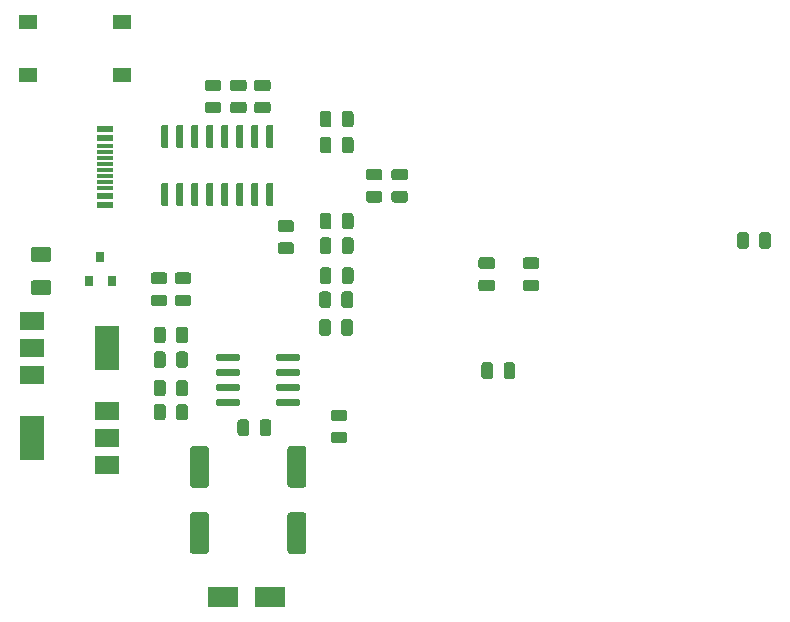
<source format=gbr>
G04 #@! TF.GenerationSoftware,KiCad,Pcbnew,(5.1.5)-3*
G04 #@! TF.CreationDate,2020-05-07T19:53:48+04:00*
G04 #@! TF.ProjectId,stormduino Rev2,73746f72-6d64-4756-996e-6f2052657632,rev?*
G04 #@! TF.SameCoordinates,Original*
G04 #@! TF.FileFunction,Paste,Top*
G04 #@! TF.FilePolarity,Positive*
%FSLAX46Y46*%
G04 Gerber Fmt 4.6, Leading zero omitted, Abs format (unit mm)*
G04 Created by KiCad (PCBNEW (5.1.5)-3) date 2020-05-07 19:53:48*
%MOMM*%
%LPD*%
G04 APERTURE LIST*
%ADD10C,0.100000*%
%ADD11R,2.500000X1.800000*%
%ADD12R,1.450000X0.600000*%
%ADD13R,1.450000X0.300000*%
%ADD14R,0.800000X0.900000*%
%ADD15R,1.550000X1.300000*%
%ADD16R,2.000000X3.800000*%
%ADD17R,2.000000X1.500000*%
G04 APERTURE END LIST*
D10*
G36*
X134686504Y-89062204D02*
G01*
X134710773Y-89065804D01*
X134734571Y-89071765D01*
X134757671Y-89080030D01*
X134779849Y-89090520D01*
X134800893Y-89103133D01*
X134820598Y-89117747D01*
X134838777Y-89134223D01*
X134855253Y-89152402D01*
X134869867Y-89172107D01*
X134882480Y-89193151D01*
X134892970Y-89215329D01*
X134901235Y-89238429D01*
X134907196Y-89262227D01*
X134910796Y-89286496D01*
X134912000Y-89311000D01*
X134912000Y-92311000D01*
X134910796Y-92335504D01*
X134907196Y-92359773D01*
X134901235Y-92383571D01*
X134892970Y-92406671D01*
X134882480Y-92428849D01*
X134869867Y-92449893D01*
X134855253Y-92469598D01*
X134838777Y-92487777D01*
X134820598Y-92504253D01*
X134800893Y-92518867D01*
X134779849Y-92531480D01*
X134757671Y-92541970D01*
X134734571Y-92550235D01*
X134710773Y-92556196D01*
X134686504Y-92559796D01*
X134662000Y-92561000D01*
X133562000Y-92561000D01*
X133537496Y-92559796D01*
X133513227Y-92556196D01*
X133489429Y-92550235D01*
X133466329Y-92541970D01*
X133444151Y-92531480D01*
X133423107Y-92518867D01*
X133403402Y-92504253D01*
X133385223Y-92487777D01*
X133368747Y-92469598D01*
X133354133Y-92449893D01*
X133341520Y-92428849D01*
X133331030Y-92406671D01*
X133322765Y-92383571D01*
X133316804Y-92359773D01*
X133313204Y-92335504D01*
X133312000Y-92311000D01*
X133312000Y-89311000D01*
X133313204Y-89286496D01*
X133316804Y-89262227D01*
X133322765Y-89238429D01*
X133331030Y-89215329D01*
X133341520Y-89193151D01*
X133354133Y-89172107D01*
X133368747Y-89152402D01*
X133385223Y-89134223D01*
X133403402Y-89117747D01*
X133423107Y-89103133D01*
X133444151Y-89090520D01*
X133466329Y-89080030D01*
X133489429Y-89071765D01*
X133513227Y-89065804D01*
X133537496Y-89062204D01*
X133562000Y-89061000D01*
X134662000Y-89061000D01*
X134686504Y-89062204D01*
G37*
G36*
X134686504Y-83462204D02*
G01*
X134710773Y-83465804D01*
X134734571Y-83471765D01*
X134757671Y-83480030D01*
X134779849Y-83490520D01*
X134800893Y-83503133D01*
X134820598Y-83517747D01*
X134838777Y-83534223D01*
X134855253Y-83552402D01*
X134869867Y-83572107D01*
X134882480Y-83593151D01*
X134892970Y-83615329D01*
X134901235Y-83638429D01*
X134907196Y-83662227D01*
X134910796Y-83686496D01*
X134912000Y-83711000D01*
X134912000Y-86711000D01*
X134910796Y-86735504D01*
X134907196Y-86759773D01*
X134901235Y-86783571D01*
X134892970Y-86806671D01*
X134882480Y-86828849D01*
X134869867Y-86849893D01*
X134855253Y-86869598D01*
X134838777Y-86887777D01*
X134820598Y-86904253D01*
X134800893Y-86918867D01*
X134779849Y-86931480D01*
X134757671Y-86941970D01*
X134734571Y-86950235D01*
X134710773Y-86956196D01*
X134686504Y-86959796D01*
X134662000Y-86961000D01*
X133562000Y-86961000D01*
X133537496Y-86959796D01*
X133513227Y-86956196D01*
X133489429Y-86950235D01*
X133466329Y-86941970D01*
X133444151Y-86931480D01*
X133423107Y-86918867D01*
X133403402Y-86904253D01*
X133385223Y-86887777D01*
X133368747Y-86869598D01*
X133354133Y-86849893D01*
X133341520Y-86828849D01*
X133331030Y-86806671D01*
X133322765Y-86783571D01*
X133316804Y-86759773D01*
X133313204Y-86735504D01*
X133312000Y-86711000D01*
X133312000Y-83711000D01*
X133313204Y-83686496D01*
X133316804Y-83662227D01*
X133322765Y-83638429D01*
X133331030Y-83615329D01*
X133341520Y-83593151D01*
X133354133Y-83572107D01*
X133368747Y-83552402D01*
X133385223Y-83534223D01*
X133403402Y-83517747D01*
X133423107Y-83503133D01*
X133444151Y-83490520D01*
X133466329Y-83480030D01*
X133489429Y-83471765D01*
X133513227Y-83465804D01*
X133537496Y-83462204D01*
X133562000Y-83461000D01*
X134662000Y-83461000D01*
X134686504Y-83462204D01*
G37*
G36*
X126431504Y-83462204D02*
G01*
X126455773Y-83465804D01*
X126479571Y-83471765D01*
X126502671Y-83480030D01*
X126524849Y-83490520D01*
X126545893Y-83503133D01*
X126565598Y-83517747D01*
X126583777Y-83534223D01*
X126600253Y-83552402D01*
X126614867Y-83572107D01*
X126627480Y-83593151D01*
X126637970Y-83615329D01*
X126646235Y-83638429D01*
X126652196Y-83662227D01*
X126655796Y-83686496D01*
X126657000Y-83711000D01*
X126657000Y-86711000D01*
X126655796Y-86735504D01*
X126652196Y-86759773D01*
X126646235Y-86783571D01*
X126637970Y-86806671D01*
X126627480Y-86828849D01*
X126614867Y-86849893D01*
X126600253Y-86869598D01*
X126583777Y-86887777D01*
X126565598Y-86904253D01*
X126545893Y-86918867D01*
X126524849Y-86931480D01*
X126502671Y-86941970D01*
X126479571Y-86950235D01*
X126455773Y-86956196D01*
X126431504Y-86959796D01*
X126407000Y-86961000D01*
X125307000Y-86961000D01*
X125282496Y-86959796D01*
X125258227Y-86956196D01*
X125234429Y-86950235D01*
X125211329Y-86941970D01*
X125189151Y-86931480D01*
X125168107Y-86918867D01*
X125148402Y-86904253D01*
X125130223Y-86887777D01*
X125113747Y-86869598D01*
X125099133Y-86849893D01*
X125086520Y-86828849D01*
X125076030Y-86806671D01*
X125067765Y-86783571D01*
X125061804Y-86759773D01*
X125058204Y-86735504D01*
X125057000Y-86711000D01*
X125057000Y-83711000D01*
X125058204Y-83686496D01*
X125061804Y-83662227D01*
X125067765Y-83638429D01*
X125076030Y-83615329D01*
X125086520Y-83593151D01*
X125099133Y-83572107D01*
X125113747Y-83552402D01*
X125130223Y-83534223D01*
X125148402Y-83517747D01*
X125168107Y-83503133D01*
X125189151Y-83490520D01*
X125211329Y-83480030D01*
X125234429Y-83471765D01*
X125258227Y-83465804D01*
X125282496Y-83462204D01*
X125307000Y-83461000D01*
X126407000Y-83461000D01*
X126431504Y-83462204D01*
G37*
G36*
X126431504Y-89062204D02*
G01*
X126455773Y-89065804D01*
X126479571Y-89071765D01*
X126502671Y-89080030D01*
X126524849Y-89090520D01*
X126545893Y-89103133D01*
X126565598Y-89117747D01*
X126583777Y-89134223D01*
X126600253Y-89152402D01*
X126614867Y-89172107D01*
X126627480Y-89193151D01*
X126637970Y-89215329D01*
X126646235Y-89238429D01*
X126652196Y-89262227D01*
X126655796Y-89286496D01*
X126657000Y-89311000D01*
X126657000Y-92311000D01*
X126655796Y-92335504D01*
X126652196Y-92359773D01*
X126646235Y-92383571D01*
X126637970Y-92406671D01*
X126627480Y-92428849D01*
X126614867Y-92449893D01*
X126600253Y-92469598D01*
X126583777Y-92487777D01*
X126565598Y-92504253D01*
X126545893Y-92518867D01*
X126524849Y-92531480D01*
X126502671Y-92541970D01*
X126479571Y-92550235D01*
X126455773Y-92556196D01*
X126431504Y-92559796D01*
X126407000Y-92561000D01*
X125307000Y-92561000D01*
X125282496Y-92559796D01*
X125258227Y-92556196D01*
X125234429Y-92550235D01*
X125211329Y-92541970D01*
X125189151Y-92531480D01*
X125168107Y-92518867D01*
X125148402Y-92504253D01*
X125130223Y-92487777D01*
X125113747Y-92469598D01*
X125099133Y-92449893D01*
X125086520Y-92428849D01*
X125076030Y-92406671D01*
X125067765Y-92383571D01*
X125061804Y-92359773D01*
X125058204Y-92335504D01*
X125057000Y-92311000D01*
X125057000Y-89311000D01*
X125058204Y-89286496D01*
X125061804Y-89262227D01*
X125067765Y-89238429D01*
X125076030Y-89215329D01*
X125086520Y-89193151D01*
X125099133Y-89172107D01*
X125113747Y-89152402D01*
X125130223Y-89134223D01*
X125148402Y-89117747D01*
X125168107Y-89103133D01*
X125189151Y-89090520D01*
X125211329Y-89080030D01*
X125234429Y-89071765D01*
X125258227Y-89065804D01*
X125282496Y-89062204D01*
X125307000Y-89061000D01*
X126407000Y-89061000D01*
X126431504Y-89062204D01*
G37*
D11*
X131844800Y-96189800D03*
X127844800Y-96189800D03*
D10*
G36*
X113095304Y-66607004D02*
G01*
X113119573Y-66610604D01*
X113143371Y-66616565D01*
X113166471Y-66624830D01*
X113188649Y-66635320D01*
X113209693Y-66647933D01*
X113229398Y-66662547D01*
X113247577Y-66679023D01*
X113264053Y-66697202D01*
X113278667Y-66716907D01*
X113291280Y-66737951D01*
X113301770Y-66760129D01*
X113310035Y-66783229D01*
X113315996Y-66807027D01*
X113319596Y-66831296D01*
X113320800Y-66855800D01*
X113320800Y-67605800D01*
X113319596Y-67630304D01*
X113315996Y-67654573D01*
X113310035Y-67678371D01*
X113301770Y-67701471D01*
X113291280Y-67723649D01*
X113278667Y-67744693D01*
X113264053Y-67764398D01*
X113247577Y-67782577D01*
X113229398Y-67799053D01*
X113209693Y-67813667D01*
X113188649Y-67826280D01*
X113166471Y-67836770D01*
X113143371Y-67845035D01*
X113119573Y-67850996D01*
X113095304Y-67854596D01*
X113070800Y-67855800D01*
X111820800Y-67855800D01*
X111796296Y-67854596D01*
X111772027Y-67850996D01*
X111748229Y-67845035D01*
X111725129Y-67836770D01*
X111702951Y-67826280D01*
X111681907Y-67813667D01*
X111662202Y-67799053D01*
X111644023Y-67782577D01*
X111627547Y-67764398D01*
X111612933Y-67744693D01*
X111600320Y-67723649D01*
X111589830Y-67701471D01*
X111581565Y-67678371D01*
X111575604Y-67654573D01*
X111572004Y-67630304D01*
X111570800Y-67605800D01*
X111570800Y-66855800D01*
X111572004Y-66831296D01*
X111575604Y-66807027D01*
X111581565Y-66783229D01*
X111589830Y-66760129D01*
X111600320Y-66737951D01*
X111612933Y-66716907D01*
X111627547Y-66697202D01*
X111644023Y-66679023D01*
X111662202Y-66662547D01*
X111681907Y-66647933D01*
X111702951Y-66635320D01*
X111725129Y-66624830D01*
X111748229Y-66616565D01*
X111772027Y-66610604D01*
X111796296Y-66607004D01*
X111820800Y-66605800D01*
X113070800Y-66605800D01*
X113095304Y-66607004D01*
G37*
G36*
X113095304Y-69407004D02*
G01*
X113119573Y-69410604D01*
X113143371Y-69416565D01*
X113166471Y-69424830D01*
X113188649Y-69435320D01*
X113209693Y-69447933D01*
X113229398Y-69462547D01*
X113247577Y-69479023D01*
X113264053Y-69497202D01*
X113278667Y-69516907D01*
X113291280Y-69537951D01*
X113301770Y-69560129D01*
X113310035Y-69583229D01*
X113315996Y-69607027D01*
X113319596Y-69631296D01*
X113320800Y-69655800D01*
X113320800Y-70405800D01*
X113319596Y-70430304D01*
X113315996Y-70454573D01*
X113310035Y-70478371D01*
X113301770Y-70501471D01*
X113291280Y-70523649D01*
X113278667Y-70544693D01*
X113264053Y-70564398D01*
X113247577Y-70582577D01*
X113229398Y-70599053D01*
X113209693Y-70613667D01*
X113188649Y-70626280D01*
X113166471Y-70636770D01*
X113143371Y-70645035D01*
X113119573Y-70650996D01*
X113095304Y-70654596D01*
X113070800Y-70655800D01*
X111820800Y-70655800D01*
X111796296Y-70654596D01*
X111772027Y-70650996D01*
X111748229Y-70645035D01*
X111725129Y-70636770D01*
X111702951Y-70626280D01*
X111681907Y-70613667D01*
X111662202Y-70599053D01*
X111644023Y-70582577D01*
X111627547Y-70564398D01*
X111612933Y-70544693D01*
X111600320Y-70523649D01*
X111589830Y-70501471D01*
X111581565Y-70478371D01*
X111575604Y-70454573D01*
X111572004Y-70430304D01*
X111570800Y-70405800D01*
X111570800Y-69655800D01*
X111572004Y-69631296D01*
X111575604Y-69607027D01*
X111581565Y-69583229D01*
X111589830Y-69560129D01*
X111600320Y-69537951D01*
X111612933Y-69516907D01*
X111627547Y-69497202D01*
X111644023Y-69479023D01*
X111662202Y-69462547D01*
X111681907Y-69447933D01*
X111702951Y-69435320D01*
X111725129Y-69424830D01*
X111748229Y-69416565D01*
X111772027Y-69410604D01*
X111796296Y-69407004D01*
X111820800Y-69405800D01*
X113070800Y-69405800D01*
X113095304Y-69407004D01*
G37*
G36*
X150485542Y-76364774D02*
G01*
X150509203Y-76368284D01*
X150532407Y-76374096D01*
X150554929Y-76382154D01*
X150576553Y-76392382D01*
X150597070Y-76404679D01*
X150616283Y-76418929D01*
X150634007Y-76434993D01*
X150650071Y-76452717D01*
X150664321Y-76471930D01*
X150676618Y-76492447D01*
X150686846Y-76514071D01*
X150694904Y-76536593D01*
X150700716Y-76559797D01*
X150704226Y-76583458D01*
X150705400Y-76607350D01*
X150705400Y-77519850D01*
X150704226Y-77543742D01*
X150700716Y-77567403D01*
X150694904Y-77590607D01*
X150686846Y-77613129D01*
X150676618Y-77634753D01*
X150664321Y-77655270D01*
X150650071Y-77674483D01*
X150634007Y-77692207D01*
X150616283Y-77708271D01*
X150597070Y-77722521D01*
X150576553Y-77734818D01*
X150554929Y-77745046D01*
X150532407Y-77753104D01*
X150509203Y-77758916D01*
X150485542Y-77762426D01*
X150461650Y-77763600D01*
X149974150Y-77763600D01*
X149950258Y-77762426D01*
X149926597Y-77758916D01*
X149903393Y-77753104D01*
X149880871Y-77745046D01*
X149859247Y-77734818D01*
X149838730Y-77722521D01*
X149819517Y-77708271D01*
X149801793Y-77692207D01*
X149785729Y-77674483D01*
X149771479Y-77655270D01*
X149759182Y-77634753D01*
X149748954Y-77613129D01*
X149740896Y-77590607D01*
X149735084Y-77567403D01*
X149731574Y-77543742D01*
X149730400Y-77519850D01*
X149730400Y-76607350D01*
X149731574Y-76583458D01*
X149735084Y-76559797D01*
X149740896Y-76536593D01*
X149748954Y-76514071D01*
X149759182Y-76492447D01*
X149771479Y-76471930D01*
X149785729Y-76452717D01*
X149801793Y-76434993D01*
X149819517Y-76418929D01*
X149838730Y-76404679D01*
X149859247Y-76392382D01*
X149880871Y-76382154D01*
X149903393Y-76374096D01*
X149926597Y-76368284D01*
X149950258Y-76364774D01*
X149974150Y-76363600D01*
X150461650Y-76363600D01*
X150485542Y-76364774D01*
G37*
G36*
X152360542Y-76364774D02*
G01*
X152384203Y-76368284D01*
X152407407Y-76374096D01*
X152429929Y-76382154D01*
X152451553Y-76392382D01*
X152472070Y-76404679D01*
X152491283Y-76418929D01*
X152509007Y-76434993D01*
X152525071Y-76452717D01*
X152539321Y-76471930D01*
X152551618Y-76492447D01*
X152561846Y-76514071D01*
X152569904Y-76536593D01*
X152575716Y-76559797D01*
X152579226Y-76583458D01*
X152580400Y-76607350D01*
X152580400Y-77519850D01*
X152579226Y-77543742D01*
X152575716Y-77567403D01*
X152569904Y-77590607D01*
X152561846Y-77613129D01*
X152551618Y-77634753D01*
X152539321Y-77655270D01*
X152525071Y-77674483D01*
X152509007Y-77692207D01*
X152491283Y-77708271D01*
X152472070Y-77722521D01*
X152451553Y-77734818D01*
X152429929Y-77745046D01*
X152407407Y-77753104D01*
X152384203Y-77758916D01*
X152360542Y-77762426D01*
X152336650Y-77763600D01*
X151849150Y-77763600D01*
X151825258Y-77762426D01*
X151801597Y-77758916D01*
X151778393Y-77753104D01*
X151755871Y-77745046D01*
X151734247Y-77734818D01*
X151713730Y-77722521D01*
X151694517Y-77708271D01*
X151676793Y-77692207D01*
X151660729Y-77674483D01*
X151646479Y-77655270D01*
X151634182Y-77634753D01*
X151623954Y-77613129D01*
X151615896Y-77590607D01*
X151610084Y-77567403D01*
X151606574Y-77543742D01*
X151605400Y-77519850D01*
X151605400Y-76607350D01*
X151606574Y-76583458D01*
X151610084Y-76559797D01*
X151615896Y-76536593D01*
X151623954Y-76514071D01*
X151634182Y-76492447D01*
X151646479Y-76471930D01*
X151660729Y-76452717D01*
X151676793Y-76434993D01*
X151694517Y-76418929D01*
X151713730Y-76404679D01*
X151734247Y-76392382D01*
X151755871Y-76382154D01*
X151778393Y-76374096D01*
X151801597Y-76368284D01*
X151825258Y-76364774D01*
X151849150Y-76363600D01*
X152336650Y-76363600D01*
X152360542Y-76364774D01*
G37*
G36*
X174026742Y-65341174D02*
G01*
X174050403Y-65344684D01*
X174073607Y-65350496D01*
X174096129Y-65358554D01*
X174117753Y-65368782D01*
X174138270Y-65381079D01*
X174157483Y-65395329D01*
X174175207Y-65411393D01*
X174191271Y-65429117D01*
X174205521Y-65448330D01*
X174217818Y-65468847D01*
X174228046Y-65490471D01*
X174236104Y-65512993D01*
X174241916Y-65536197D01*
X174245426Y-65559858D01*
X174246600Y-65583750D01*
X174246600Y-66496250D01*
X174245426Y-66520142D01*
X174241916Y-66543803D01*
X174236104Y-66567007D01*
X174228046Y-66589529D01*
X174217818Y-66611153D01*
X174205521Y-66631670D01*
X174191271Y-66650883D01*
X174175207Y-66668607D01*
X174157483Y-66684671D01*
X174138270Y-66698921D01*
X174117753Y-66711218D01*
X174096129Y-66721446D01*
X174073607Y-66729504D01*
X174050403Y-66735316D01*
X174026742Y-66738826D01*
X174002850Y-66740000D01*
X173515350Y-66740000D01*
X173491458Y-66738826D01*
X173467797Y-66735316D01*
X173444593Y-66729504D01*
X173422071Y-66721446D01*
X173400447Y-66711218D01*
X173379930Y-66698921D01*
X173360717Y-66684671D01*
X173342993Y-66668607D01*
X173326929Y-66650883D01*
X173312679Y-66631670D01*
X173300382Y-66611153D01*
X173290154Y-66589529D01*
X173282096Y-66567007D01*
X173276284Y-66543803D01*
X173272774Y-66520142D01*
X173271600Y-66496250D01*
X173271600Y-65583750D01*
X173272774Y-65559858D01*
X173276284Y-65536197D01*
X173282096Y-65512993D01*
X173290154Y-65490471D01*
X173300382Y-65468847D01*
X173312679Y-65448330D01*
X173326929Y-65429117D01*
X173342993Y-65411393D01*
X173360717Y-65395329D01*
X173379930Y-65381079D01*
X173400447Y-65368782D01*
X173422071Y-65358554D01*
X173444593Y-65350496D01*
X173467797Y-65344684D01*
X173491458Y-65341174D01*
X173515350Y-65340000D01*
X174002850Y-65340000D01*
X174026742Y-65341174D01*
G37*
G36*
X172151742Y-65341174D02*
G01*
X172175403Y-65344684D01*
X172198607Y-65350496D01*
X172221129Y-65358554D01*
X172242753Y-65368782D01*
X172263270Y-65381079D01*
X172282483Y-65395329D01*
X172300207Y-65411393D01*
X172316271Y-65429117D01*
X172330521Y-65448330D01*
X172342818Y-65468847D01*
X172353046Y-65490471D01*
X172361104Y-65512993D01*
X172366916Y-65536197D01*
X172370426Y-65559858D01*
X172371600Y-65583750D01*
X172371600Y-66496250D01*
X172370426Y-66520142D01*
X172366916Y-66543803D01*
X172361104Y-66567007D01*
X172353046Y-66589529D01*
X172342818Y-66611153D01*
X172330521Y-66631670D01*
X172316271Y-66650883D01*
X172300207Y-66668607D01*
X172282483Y-66684671D01*
X172263270Y-66698921D01*
X172242753Y-66711218D01*
X172221129Y-66721446D01*
X172198607Y-66729504D01*
X172175403Y-66735316D01*
X172151742Y-66738826D01*
X172127850Y-66740000D01*
X171640350Y-66740000D01*
X171616458Y-66738826D01*
X171592797Y-66735316D01*
X171569593Y-66729504D01*
X171547071Y-66721446D01*
X171525447Y-66711218D01*
X171504930Y-66698921D01*
X171485717Y-66684671D01*
X171467993Y-66668607D01*
X171451929Y-66650883D01*
X171437679Y-66631670D01*
X171425382Y-66611153D01*
X171415154Y-66589529D01*
X171407096Y-66567007D01*
X171401284Y-66543803D01*
X171397774Y-66520142D01*
X171396600Y-66496250D01*
X171396600Y-65583750D01*
X171397774Y-65559858D01*
X171401284Y-65536197D01*
X171407096Y-65512993D01*
X171415154Y-65490471D01*
X171425382Y-65468847D01*
X171437679Y-65448330D01*
X171451929Y-65429117D01*
X171467993Y-65411393D01*
X171485717Y-65395329D01*
X171504930Y-65381079D01*
X171525447Y-65368782D01*
X171547071Y-65358554D01*
X171569593Y-65350496D01*
X171592797Y-65344684D01*
X171616458Y-65341174D01*
X171640350Y-65340000D01*
X172127850Y-65340000D01*
X172151742Y-65341174D01*
G37*
G36*
X138682642Y-65785674D02*
G01*
X138706303Y-65789184D01*
X138729507Y-65794996D01*
X138752029Y-65803054D01*
X138773653Y-65813282D01*
X138794170Y-65825579D01*
X138813383Y-65839829D01*
X138831107Y-65855893D01*
X138847171Y-65873617D01*
X138861421Y-65892830D01*
X138873718Y-65913347D01*
X138883946Y-65934971D01*
X138892004Y-65957493D01*
X138897816Y-65980697D01*
X138901326Y-66004358D01*
X138902500Y-66028250D01*
X138902500Y-66940750D01*
X138901326Y-66964642D01*
X138897816Y-66988303D01*
X138892004Y-67011507D01*
X138883946Y-67034029D01*
X138873718Y-67055653D01*
X138861421Y-67076170D01*
X138847171Y-67095383D01*
X138831107Y-67113107D01*
X138813383Y-67129171D01*
X138794170Y-67143421D01*
X138773653Y-67155718D01*
X138752029Y-67165946D01*
X138729507Y-67174004D01*
X138706303Y-67179816D01*
X138682642Y-67183326D01*
X138658750Y-67184500D01*
X138171250Y-67184500D01*
X138147358Y-67183326D01*
X138123697Y-67179816D01*
X138100493Y-67174004D01*
X138077971Y-67165946D01*
X138056347Y-67155718D01*
X138035830Y-67143421D01*
X138016617Y-67129171D01*
X137998893Y-67113107D01*
X137982829Y-67095383D01*
X137968579Y-67076170D01*
X137956282Y-67055653D01*
X137946054Y-67034029D01*
X137937996Y-67011507D01*
X137932184Y-66988303D01*
X137928674Y-66964642D01*
X137927500Y-66940750D01*
X137927500Y-66028250D01*
X137928674Y-66004358D01*
X137932184Y-65980697D01*
X137937996Y-65957493D01*
X137946054Y-65934971D01*
X137956282Y-65913347D01*
X137968579Y-65892830D01*
X137982829Y-65873617D01*
X137998893Y-65855893D01*
X138016617Y-65839829D01*
X138035830Y-65825579D01*
X138056347Y-65813282D01*
X138077971Y-65803054D01*
X138100493Y-65794996D01*
X138123697Y-65789184D01*
X138147358Y-65785674D01*
X138171250Y-65784500D01*
X138658750Y-65784500D01*
X138682642Y-65785674D01*
G37*
G36*
X136807642Y-65785674D02*
G01*
X136831303Y-65789184D01*
X136854507Y-65794996D01*
X136877029Y-65803054D01*
X136898653Y-65813282D01*
X136919170Y-65825579D01*
X136938383Y-65839829D01*
X136956107Y-65855893D01*
X136972171Y-65873617D01*
X136986421Y-65892830D01*
X136998718Y-65913347D01*
X137008946Y-65934971D01*
X137017004Y-65957493D01*
X137022816Y-65980697D01*
X137026326Y-66004358D01*
X137027500Y-66028250D01*
X137027500Y-66940750D01*
X137026326Y-66964642D01*
X137022816Y-66988303D01*
X137017004Y-67011507D01*
X137008946Y-67034029D01*
X136998718Y-67055653D01*
X136986421Y-67076170D01*
X136972171Y-67095383D01*
X136956107Y-67113107D01*
X136938383Y-67129171D01*
X136919170Y-67143421D01*
X136898653Y-67155718D01*
X136877029Y-67165946D01*
X136854507Y-67174004D01*
X136831303Y-67179816D01*
X136807642Y-67183326D01*
X136783750Y-67184500D01*
X136296250Y-67184500D01*
X136272358Y-67183326D01*
X136248697Y-67179816D01*
X136225493Y-67174004D01*
X136202971Y-67165946D01*
X136181347Y-67155718D01*
X136160830Y-67143421D01*
X136141617Y-67129171D01*
X136123893Y-67113107D01*
X136107829Y-67095383D01*
X136093579Y-67076170D01*
X136081282Y-67055653D01*
X136071054Y-67034029D01*
X136062996Y-67011507D01*
X136057184Y-66988303D01*
X136053674Y-66964642D01*
X136052500Y-66940750D01*
X136052500Y-66028250D01*
X136053674Y-66004358D01*
X136057184Y-65980697D01*
X136062996Y-65957493D01*
X136071054Y-65934971D01*
X136081282Y-65913347D01*
X136093579Y-65892830D01*
X136107829Y-65873617D01*
X136123893Y-65855893D01*
X136141617Y-65839829D01*
X136160830Y-65825579D01*
X136181347Y-65813282D01*
X136202971Y-65803054D01*
X136225493Y-65794996D01*
X136248697Y-65789184D01*
X136272358Y-65785674D01*
X136296250Y-65784500D01*
X136783750Y-65784500D01*
X136807642Y-65785674D01*
G37*
D12*
X117900500Y-63067000D03*
X117900500Y-62267000D03*
X117900500Y-57367000D03*
X117900500Y-56567000D03*
X117900500Y-56567000D03*
X117900500Y-57367000D03*
X117900500Y-62267000D03*
X117900500Y-63067000D03*
D13*
X117900500Y-58067000D03*
X117900500Y-58567000D03*
X117900500Y-59067000D03*
X117900500Y-60067000D03*
X117900500Y-60567000D03*
X117900500Y-61067000D03*
X117900500Y-61567000D03*
X117900500Y-59567000D03*
D10*
G36*
X150657642Y-69348674D02*
G01*
X150681303Y-69352184D01*
X150704507Y-69357996D01*
X150727029Y-69366054D01*
X150748653Y-69376282D01*
X150769170Y-69388579D01*
X150788383Y-69402829D01*
X150806107Y-69418893D01*
X150822171Y-69436617D01*
X150836421Y-69455830D01*
X150848718Y-69476347D01*
X150858946Y-69497971D01*
X150867004Y-69520493D01*
X150872816Y-69543697D01*
X150876326Y-69567358D01*
X150877500Y-69591250D01*
X150877500Y-70078750D01*
X150876326Y-70102642D01*
X150872816Y-70126303D01*
X150867004Y-70149507D01*
X150858946Y-70172029D01*
X150848718Y-70193653D01*
X150836421Y-70214170D01*
X150822171Y-70233383D01*
X150806107Y-70251107D01*
X150788383Y-70267171D01*
X150769170Y-70281421D01*
X150748653Y-70293718D01*
X150727029Y-70303946D01*
X150704507Y-70312004D01*
X150681303Y-70317816D01*
X150657642Y-70321326D01*
X150633750Y-70322500D01*
X149721250Y-70322500D01*
X149697358Y-70321326D01*
X149673697Y-70317816D01*
X149650493Y-70312004D01*
X149627971Y-70303946D01*
X149606347Y-70293718D01*
X149585830Y-70281421D01*
X149566617Y-70267171D01*
X149548893Y-70251107D01*
X149532829Y-70233383D01*
X149518579Y-70214170D01*
X149506282Y-70193653D01*
X149496054Y-70172029D01*
X149487996Y-70149507D01*
X149482184Y-70126303D01*
X149478674Y-70102642D01*
X149477500Y-70078750D01*
X149477500Y-69591250D01*
X149478674Y-69567358D01*
X149482184Y-69543697D01*
X149487996Y-69520493D01*
X149496054Y-69497971D01*
X149506282Y-69476347D01*
X149518579Y-69455830D01*
X149532829Y-69436617D01*
X149548893Y-69418893D01*
X149566617Y-69402829D01*
X149585830Y-69388579D01*
X149606347Y-69376282D01*
X149627971Y-69366054D01*
X149650493Y-69357996D01*
X149673697Y-69352184D01*
X149697358Y-69348674D01*
X149721250Y-69347500D01*
X150633750Y-69347500D01*
X150657642Y-69348674D01*
G37*
G36*
X150657642Y-67473674D02*
G01*
X150681303Y-67477184D01*
X150704507Y-67482996D01*
X150727029Y-67491054D01*
X150748653Y-67501282D01*
X150769170Y-67513579D01*
X150788383Y-67527829D01*
X150806107Y-67543893D01*
X150822171Y-67561617D01*
X150836421Y-67580830D01*
X150848718Y-67601347D01*
X150858946Y-67622971D01*
X150867004Y-67645493D01*
X150872816Y-67668697D01*
X150876326Y-67692358D01*
X150877500Y-67716250D01*
X150877500Y-68203750D01*
X150876326Y-68227642D01*
X150872816Y-68251303D01*
X150867004Y-68274507D01*
X150858946Y-68297029D01*
X150848718Y-68318653D01*
X150836421Y-68339170D01*
X150822171Y-68358383D01*
X150806107Y-68376107D01*
X150788383Y-68392171D01*
X150769170Y-68406421D01*
X150748653Y-68418718D01*
X150727029Y-68428946D01*
X150704507Y-68437004D01*
X150681303Y-68442816D01*
X150657642Y-68446326D01*
X150633750Y-68447500D01*
X149721250Y-68447500D01*
X149697358Y-68446326D01*
X149673697Y-68442816D01*
X149650493Y-68437004D01*
X149627971Y-68428946D01*
X149606347Y-68418718D01*
X149585830Y-68406421D01*
X149566617Y-68392171D01*
X149548893Y-68376107D01*
X149532829Y-68358383D01*
X149518579Y-68339170D01*
X149506282Y-68318653D01*
X149496054Y-68297029D01*
X149487996Y-68274507D01*
X149482184Y-68251303D01*
X149478674Y-68227642D01*
X149477500Y-68203750D01*
X149477500Y-67716250D01*
X149478674Y-67692358D01*
X149482184Y-67668697D01*
X149487996Y-67645493D01*
X149496054Y-67622971D01*
X149506282Y-67601347D01*
X149518579Y-67580830D01*
X149532829Y-67561617D01*
X149548893Y-67543893D01*
X149566617Y-67527829D01*
X149585830Y-67513579D01*
X149606347Y-67501282D01*
X149627971Y-67491054D01*
X149650493Y-67482996D01*
X149673697Y-67477184D01*
X149697358Y-67473674D01*
X149721250Y-67472500D01*
X150633750Y-67472500D01*
X150657642Y-67473674D01*
G37*
G36*
X154404142Y-69348674D02*
G01*
X154427803Y-69352184D01*
X154451007Y-69357996D01*
X154473529Y-69366054D01*
X154495153Y-69376282D01*
X154515670Y-69388579D01*
X154534883Y-69402829D01*
X154552607Y-69418893D01*
X154568671Y-69436617D01*
X154582921Y-69455830D01*
X154595218Y-69476347D01*
X154605446Y-69497971D01*
X154613504Y-69520493D01*
X154619316Y-69543697D01*
X154622826Y-69567358D01*
X154624000Y-69591250D01*
X154624000Y-70078750D01*
X154622826Y-70102642D01*
X154619316Y-70126303D01*
X154613504Y-70149507D01*
X154605446Y-70172029D01*
X154595218Y-70193653D01*
X154582921Y-70214170D01*
X154568671Y-70233383D01*
X154552607Y-70251107D01*
X154534883Y-70267171D01*
X154515670Y-70281421D01*
X154495153Y-70293718D01*
X154473529Y-70303946D01*
X154451007Y-70312004D01*
X154427803Y-70317816D01*
X154404142Y-70321326D01*
X154380250Y-70322500D01*
X153467750Y-70322500D01*
X153443858Y-70321326D01*
X153420197Y-70317816D01*
X153396993Y-70312004D01*
X153374471Y-70303946D01*
X153352847Y-70293718D01*
X153332330Y-70281421D01*
X153313117Y-70267171D01*
X153295393Y-70251107D01*
X153279329Y-70233383D01*
X153265079Y-70214170D01*
X153252782Y-70193653D01*
X153242554Y-70172029D01*
X153234496Y-70149507D01*
X153228684Y-70126303D01*
X153225174Y-70102642D01*
X153224000Y-70078750D01*
X153224000Y-69591250D01*
X153225174Y-69567358D01*
X153228684Y-69543697D01*
X153234496Y-69520493D01*
X153242554Y-69497971D01*
X153252782Y-69476347D01*
X153265079Y-69455830D01*
X153279329Y-69436617D01*
X153295393Y-69418893D01*
X153313117Y-69402829D01*
X153332330Y-69388579D01*
X153352847Y-69376282D01*
X153374471Y-69366054D01*
X153396993Y-69357996D01*
X153420197Y-69352184D01*
X153443858Y-69348674D01*
X153467750Y-69347500D01*
X154380250Y-69347500D01*
X154404142Y-69348674D01*
G37*
G36*
X154404142Y-67473674D02*
G01*
X154427803Y-67477184D01*
X154451007Y-67482996D01*
X154473529Y-67491054D01*
X154495153Y-67501282D01*
X154515670Y-67513579D01*
X154534883Y-67527829D01*
X154552607Y-67543893D01*
X154568671Y-67561617D01*
X154582921Y-67580830D01*
X154595218Y-67601347D01*
X154605446Y-67622971D01*
X154613504Y-67645493D01*
X154619316Y-67668697D01*
X154622826Y-67692358D01*
X154624000Y-67716250D01*
X154624000Y-68203750D01*
X154622826Y-68227642D01*
X154619316Y-68251303D01*
X154613504Y-68274507D01*
X154605446Y-68297029D01*
X154595218Y-68318653D01*
X154582921Y-68339170D01*
X154568671Y-68358383D01*
X154552607Y-68376107D01*
X154534883Y-68392171D01*
X154515670Y-68406421D01*
X154495153Y-68418718D01*
X154473529Y-68428946D01*
X154451007Y-68437004D01*
X154427803Y-68442816D01*
X154404142Y-68446326D01*
X154380250Y-68447500D01*
X153467750Y-68447500D01*
X153443858Y-68446326D01*
X153420197Y-68442816D01*
X153396993Y-68437004D01*
X153374471Y-68428946D01*
X153352847Y-68418718D01*
X153332330Y-68406421D01*
X153313117Y-68392171D01*
X153295393Y-68376107D01*
X153279329Y-68358383D01*
X153265079Y-68339170D01*
X153252782Y-68318653D01*
X153242554Y-68297029D01*
X153234496Y-68274507D01*
X153228684Y-68251303D01*
X153225174Y-68227642D01*
X153224000Y-68203750D01*
X153224000Y-67716250D01*
X153225174Y-67692358D01*
X153228684Y-67668697D01*
X153234496Y-67645493D01*
X153242554Y-67622971D01*
X153252782Y-67601347D01*
X153265079Y-67580830D01*
X153279329Y-67561617D01*
X153295393Y-67543893D01*
X153313117Y-67527829D01*
X153332330Y-67513579D01*
X153352847Y-67501282D01*
X153374471Y-67491054D01*
X153396993Y-67482996D01*
X153420197Y-67477184D01*
X153443858Y-67473674D01*
X153467750Y-67472500D01*
X154380250Y-67472500D01*
X154404142Y-67473674D01*
G37*
G36*
X138682642Y-63690174D02*
G01*
X138706303Y-63693684D01*
X138729507Y-63699496D01*
X138752029Y-63707554D01*
X138773653Y-63717782D01*
X138794170Y-63730079D01*
X138813383Y-63744329D01*
X138831107Y-63760393D01*
X138847171Y-63778117D01*
X138861421Y-63797330D01*
X138873718Y-63817847D01*
X138883946Y-63839471D01*
X138892004Y-63861993D01*
X138897816Y-63885197D01*
X138901326Y-63908858D01*
X138902500Y-63932750D01*
X138902500Y-64845250D01*
X138901326Y-64869142D01*
X138897816Y-64892803D01*
X138892004Y-64916007D01*
X138883946Y-64938529D01*
X138873718Y-64960153D01*
X138861421Y-64980670D01*
X138847171Y-64999883D01*
X138831107Y-65017607D01*
X138813383Y-65033671D01*
X138794170Y-65047921D01*
X138773653Y-65060218D01*
X138752029Y-65070446D01*
X138729507Y-65078504D01*
X138706303Y-65084316D01*
X138682642Y-65087826D01*
X138658750Y-65089000D01*
X138171250Y-65089000D01*
X138147358Y-65087826D01*
X138123697Y-65084316D01*
X138100493Y-65078504D01*
X138077971Y-65070446D01*
X138056347Y-65060218D01*
X138035830Y-65047921D01*
X138016617Y-65033671D01*
X137998893Y-65017607D01*
X137982829Y-64999883D01*
X137968579Y-64980670D01*
X137956282Y-64960153D01*
X137946054Y-64938529D01*
X137937996Y-64916007D01*
X137932184Y-64892803D01*
X137928674Y-64869142D01*
X137927500Y-64845250D01*
X137927500Y-63932750D01*
X137928674Y-63908858D01*
X137932184Y-63885197D01*
X137937996Y-63861993D01*
X137946054Y-63839471D01*
X137956282Y-63817847D01*
X137968579Y-63797330D01*
X137982829Y-63778117D01*
X137998893Y-63760393D01*
X138016617Y-63744329D01*
X138035830Y-63730079D01*
X138056347Y-63717782D01*
X138077971Y-63707554D01*
X138100493Y-63699496D01*
X138123697Y-63693684D01*
X138147358Y-63690174D01*
X138171250Y-63689000D01*
X138658750Y-63689000D01*
X138682642Y-63690174D01*
G37*
G36*
X136807642Y-63690174D02*
G01*
X136831303Y-63693684D01*
X136854507Y-63699496D01*
X136877029Y-63707554D01*
X136898653Y-63717782D01*
X136919170Y-63730079D01*
X136938383Y-63744329D01*
X136956107Y-63760393D01*
X136972171Y-63778117D01*
X136986421Y-63797330D01*
X136998718Y-63817847D01*
X137008946Y-63839471D01*
X137017004Y-63861993D01*
X137022816Y-63885197D01*
X137026326Y-63908858D01*
X137027500Y-63932750D01*
X137027500Y-64845250D01*
X137026326Y-64869142D01*
X137022816Y-64892803D01*
X137017004Y-64916007D01*
X137008946Y-64938529D01*
X136998718Y-64960153D01*
X136986421Y-64980670D01*
X136972171Y-64999883D01*
X136956107Y-65017607D01*
X136938383Y-65033671D01*
X136919170Y-65047921D01*
X136898653Y-65060218D01*
X136877029Y-65070446D01*
X136854507Y-65078504D01*
X136831303Y-65084316D01*
X136807642Y-65087826D01*
X136783750Y-65089000D01*
X136296250Y-65089000D01*
X136272358Y-65087826D01*
X136248697Y-65084316D01*
X136225493Y-65078504D01*
X136202971Y-65070446D01*
X136181347Y-65060218D01*
X136160830Y-65047921D01*
X136141617Y-65033671D01*
X136123893Y-65017607D01*
X136107829Y-64999883D01*
X136093579Y-64980670D01*
X136081282Y-64960153D01*
X136071054Y-64938529D01*
X136062996Y-64916007D01*
X136057184Y-64892803D01*
X136053674Y-64869142D01*
X136052500Y-64845250D01*
X136052500Y-63932750D01*
X136053674Y-63908858D01*
X136057184Y-63885197D01*
X136062996Y-63861993D01*
X136071054Y-63839471D01*
X136081282Y-63817847D01*
X136093579Y-63797330D01*
X136107829Y-63778117D01*
X136123893Y-63760393D01*
X136141617Y-63744329D01*
X136160830Y-63730079D01*
X136181347Y-63717782D01*
X136202971Y-63707554D01*
X136225493Y-63699496D01*
X136248697Y-63693684D01*
X136272358Y-63690174D01*
X136296250Y-63689000D01*
X136783750Y-63689000D01*
X136807642Y-63690174D01*
G37*
G36*
X136807642Y-68325674D02*
G01*
X136831303Y-68329184D01*
X136854507Y-68334996D01*
X136877029Y-68343054D01*
X136898653Y-68353282D01*
X136919170Y-68365579D01*
X136938383Y-68379829D01*
X136956107Y-68395893D01*
X136972171Y-68413617D01*
X136986421Y-68432830D01*
X136998718Y-68453347D01*
X137008946Y-68474971D01*
X137017004Y-68497493D01*
X137022816Y-68520697D01*
X137026326Y-68544358D01*
X137027500Y-68568250D01*
X137027500Y-69480750D01*
X137026326Y-69504642D01*
X137022816Y-69528303D01*
X137017004Y-69551507D01*
X137008946Y-69574029D01*
X136998718Y-69595653D01*
X136986421Y-69616170D01*
X136972171Y-69635383D01*
X136956107Y-69653107D01*
X136938383Y-69669171D01*
X136919170Y-69683421D01*
X136898653Y-69695718D01*
X136877029Y-69705946D01*
X136854507Y-69714004D01*
X136831303Y-69719816D01*
X136807642Y-69723326D01*
X136783750Y-69724500D01*
X136296250Y-69724500D01*
X136272358Y-69723326D01*
X136248697Y-69719816D01*
X136225493Y-69714004D01*
X136202971Y-69705946D01*
X136181347Y-69695718D01*
X136160830Y-69683421D01*
X136141617Y-69669171D01*
X136123893Y-69653107D01*
X136107829Y-69635383D01*
X136093579Y-69616170D01*
X136081282Y-69595653D01*
X136071054Y-69574029D01*
X136062996Y-69551507D01*
X136057184Y-69528303D01*
X136053674Y-69504642D01*
X136052500Y-69480750D01*
X136052500Y-68568250D01*
X136053674Y-68544358D01*
X136057184Y-68520697D01*
X136062996Y-68497493D01*
X136071054Y-68474971D01*
X136081282Y-68453347D01*
X136093579Y-68432830D01*
X136107829Y-68413617D01*
X136123893Y-68395893D01*
X136141617Y-68379829D01*
X136160830Y-68365579D01*
X136181347Y-68353282D01*
X136202971Y-68343054D01*
X136225493Y-68334996D01*
X136248697Y-68329184D01*
X136272358Y-68325674D01*
X136296250Y-68324500D01*
X136783750Y-68324500D01*
X136807642Y-68325674D01*
G37*
G36*
X138682642Y-68325674D02*
G01*
X138706303Y-68329184D01*
X138729507Y-68334996D01*
X138752029Y-68343054D01*
X138773653Y-68353282D01*
X138794170Y-68365579D01*
X138813383Y-68379829D01*
X138831107Y-68395893D01*
X138847171Y-68413617D01*
X138861421Y-68432830D01*
X138873718Y-68453347D01*
X138883946Y-68474971D01*
X138892004Y-68497493D01*
X138897816Y-68520697D01*
X138901326Y-68544358D01*
X138902500Y-68568250D01*
X138902500Y-69480750D01*
X138901326Y-69504642D01*
X138897816Y-69528303D01*
X138892004Y-69551507D01*
X138883946Y-69574029D01*
X138873718Y-69595653D01*
X138861421Y-69616170D01*
X138847171Y-69635383D01*
X138831107Y-69653107D01*
X138813383Y-69669171D01*
X138794170Y-69683421D01*
X138773653Y-69695718D01*
X138752029Y-69705946D01*
X138729507Y-69714004D01*
X138706303Y-69719816D01*
X138682642Y-69723326D01*
X138658750Y-69724500D01*
X138171250Y-69724500D01*
X138147358Y-69723326D01*
X138123697Y-69719816D01*
X138100493Y-69714004D01*
X138077971Y-69705946D01*
X138056347Y-69695718D01*
X138035830Y-69683421D01*
X138016617Y-69669171D01*
X137998893Y-69653107D01*
X137982829Y-69635383D01*
X137968579Y-69616170D01*
X137956282Y-69595653D01*
X137946054Y-69574029D01*
X137937996Y-69551507D01*
X137932184Y-69528303D01*
X137928674Y-69504642D01*
X137927500Y-69480750D01*
X137927500Y-68568250D01*
X137928674Y-68544358D01*
X137932184Y-68520697D01*
X137937996Y-68497493D01*
X137946054Y-68474971D01*
X137956282Y-68453347D01*
X137968579Y-68432830D01*
X137982829Y-68413617D01*
X137998893Y-68395893D01*
X138016617Y-68379829D01*
X138035830Y-68365579D01*
X138056347Y-68353282D01*
X138077971Y-68343054D01*
X138100493Y-68334996D01*
X138123697Y-68329184D01*
X138147358Y-68325674D01*
X138171250Y-68324500D01*
X138658750Y-68324500D01*
X138682642Y-68325674D01*
G37*
G36*
X136807642Y-57276674D02*
G01*
X136831303Y-57280184D01*
X136854507Y-57285996D01*
X136877029Y-57294054D01*
X136898653Y-57304282D01*
X136919170Y-57316579D01*
X136938383Y-57330829D01*
X136956107Y-57346893D01*
X136972171Y-57364617D01*
X136986421Y-57383830D01*
X136998718Y-57404347D01*
X137008946Y-57425971D01*
X137017004Y-57448493D01*
X137022816Y-57471697D01*
X137026326Y-57495358D01*
X137027500Y-57519250D01*
X137027500Y-58431750D01*
X137026326Y-58455642D01*
X137022816Y-58479303D01*
X137017004Y-58502507D01*
X137008946Y-58525029D01*
X136998718Y-58546653D01*
X136986421Y-58567170D01*
X136972171Y-58586383D01*
X136956107Y-58604107D01*
X136938383Y-58620171D01*
X136919170Y-58634421D01*
X136898653Y-58646718D01*
X136877029Y-58656946D01*
X136854507Y-58665004D01*
X136831303Y-58670816D01*
X136807642Y-58674326D01*
X136783750Y-58675500D01*
X136296250Y-58675500D01*
X136272358Y-58674326D01*
X136248697Y-58670816D01*
X136225493Y-58665004D01*
X136202971Y-58656946D01*
X136181347Y-58646718D01*
X136160830Y-58634421D01*
X136141617Y-58620171D01*
X136123893Y-58604107D01*
X136107829Y-58586383D01*
X136093579Y-58567170D01*
X136081282Y-58546653D01*
X136071054Y-58525029D01*
X136062996Y-58502507D01*
X136057184Y-58479303D01*
X136053674Y-58455642D01*
X136052500Y-58431750D01*
X136052500Y-57519250D01*
X136053674Y-57495358D01*
X136057184Y-57471697D01*
X136062996Y-57448493D01*
X136071054Y-57425971D01*
X136081282Y-57404347D01*
X136093579Y-57383830D01*
X136107829Y-57364617D01*
X136123893Y-57346893D01*
X136141617Y-57330829D01*
X136160830Y-57316579D01*
X136181347Y-57304282D01*
X136202971Y-57294054D01*
X136225493Y-57285996D01*
X136248697Y-57280184D01*
X136272358Y-57276674D01*
X136296250Y-57275500D01*
X136783750Y-57275500D01*
X136807642Y-57276674D01*
G37*
G36*
X138682642Y-57276674D02*
G01*
X138706303Y-57280184D01*
X138729507Y-57285996D01*
X138752029Y-57294054D01*
X138773653Y-57304282D01*
X138794170Y-57316579D01*
X138813383Y-57330829D01*
X138831107Y-57346893D01*
X138847171Y-57364617D01*
X138861421Y-57383830D01*
X138873718Y-57404347D01*
X138883946Y-57425971D01*
X138892004Y-57448493D01*
X138897816Y-57471697D01*
X138901326Y-57495358D01*
X138902500Y-57519250D01*
X138902500Y-58431750D01*
X138901326Y-58455642D01*
X138897816Y-58479303D01*
X138892004Y-58502507D01*
X138883946Y-58525029D01*
X138873718Y-58546653D01*
X138861421Y-58567170D01*
X138847171Y-58586383D01*
X138831107Y-58604107D01*
X138813383Y-58620171D01*
X138794170Y-58634421D01*
X138773653Y-58646718D01*
X138752029Y-58656946D01*
X138729507Y-58665004D01*
X138706303Y-58670816D01*
X138682642Y-58674326D01*
X138658750Y-58675500D01*
X138171250Y-58675500D01*
X138147358Y-58674326D01*
X138123697Y-58670816D01*
X138100493Y-58665004D01*
X138077971Y-58656946D01*
X138056347Y-58646718D01*
X138035830Y-58634421D01*
X138016617Y-58620171D01*
X137998893Y-58604107D01*
X137982829Y-58586383D01*
X137968579Y-58567170D01*
X137956282Y-58546653D01*
X137946054Y-58525029D01*
X137937996Y-58502507D01*
X137932184Y-58479303D01*
X137928674Y-58455642D01*
X137927500Y-58431750D01*
X137927500Y-57519250D01*
X137928674Y-57495358D01*
X137932184Y-57471697D01*
X137937996Y-57448493D01*
X137946054Y-57425971D01*
X137956282Y-57404347D01*
X137968579Y-57383830D01*
X137982829Y-57364617D01*
X137998893Y-57346893D01*
X138016617Y-57330829D01*
X138035830Y-57316579D01*
X138056347Y-57304282D01*
X138077971Y-57294054D01*
X138100493Y-57285996D01*
X138123697Y-57280184D01*
X138147358Y-57276674D01*
X138171250Y-57275500D01*
X138658750Y-57275500D01*
X138682642Y-57276674D01*
G37*
G36*
X138682642Y-55054174D02*
G01*
X138706303Y-55057684D01*
X138729507Y-55063496D01*
X138752029Y-55071554D01*
X138773653Y-55081782D01*
X138794170Y-55094079D01*
X138813383Y-55108329D01*
X138831107Y-55124393D01*
X138847171Y-55142117D01*
X138861421Y-55161330D01*
X138873718Y-55181847D01*
X138883946Y-55203471D01*
X138892004Y-55225993D01*
X138897816Y-55249197D01*
X138901326Y-55272858D01*
X138902500Y-55296750D01*
X138902500Y-56209250D01*
X138901326Y-56233142D01*
X138897816Y-56256803D01*
X138892004Y-56280007D01*
X138883946Y-56302529D01*
X138873718Y-56324153D01*
X138861421Y-56344670D01*
X138847171Y-56363883D01*
X138831107Y-56381607D01*
X138813383Y-56397671D01*
X138794170Y-56411921D01*
X138773653Y-56424218D01*
X138752029Y-56434446D01*
X138729507Y-56442504D01*
X138706303Y-56448316D01*
X138682642Y-56451826D01*
X138658750Y-56453000D01*
X138171250Y-56453000D01*
X138147358Y-56451826D01*
X138123697Y-56448316D01*
X138100493Y-56442504D01*
X138077971Y-56434446D01*
X138056347Y-56424218D01*
X138035830Y-56411921D01*
X138016617Y-56397671D01*
X137998893Y-56381607D01*
X137982829Y-56363883D01*
X137968579Y-56344670D01*
X137956282Y-56324153D01*
X137946054Y-56302529D01*
X137937996Y-56280007D01*
X137932184Y-56256803D01*
X137928674Y-56233142D01*
X137927500Y-56209250D01*
X137927500Y-55296750D01*
X137928674Y-55272858D01*
X137932184Y-55249197D01*
X137937996Y-55225993D01*
X137946054Y-55203471D01*
X137956282Y-55181847D01*
X137968579Y-55161330D01*
X137982829Y-55142117D01*
X137998893Y-55124393D01*
X138016617Y-55108329D01*
X138035830Y-55094079D01*
X138056347Y-55081782D01*
X138077971Y-55071554D01*
X138100493Y-55063496D01*
X138123697Y-55057684D01*
X138147358Y-55054174D01*
X138171250Y-55053000D01*
X138658750Y-55053000D01*
X138682642Y-55054174D01*
G37*
G36*
X136807642Y-55054174D02*
G01*
X136831303Y-55057684D01*
X136854507Y-55063496D01*
X136877029Y-55071554D01*
X136898653Y-55081782D01*
X136919170Y-55094079D01*
X136938383Y-55108329D01*
X136956107Y-55124393D01*
X136972171Y-55142117D01*
X136986421Y-55161330D01*
X136998718Y-55181847D01*
X137008946Y-55203471D01*
X137017004Y-55225993D01*
X137022816Y-55249197D01*
X137026326Y-55272858D01*
X137027500Y-55296750D01*
X137027500Y-56209250D01*
X137026326Y-56233142D01*
X137022816Y-56256803D01*
X137017004Y-56280007D01*
X137008946Y-56302529D01*
X136998718Y-56324153D01*
X136986421Y-56344670D01*
X136972171Y-56363883D01*
X136956107Y-56381607D01*
X136938383Y-56397671D01*
X136919170Y-56411921D01*
X136898653Y-56424218D01*
X136877029Y-56434446D01*
X136854507Y-56442504D01*
X136831303Y-56448316D01*
X136807642Y-56451826D01*
X136783750Y-56453000D01*
X136296250Y-56453000D01*
X136272358Y-56451826D01*
X136248697Y-56448316D01*
X136225493Y-56442504D01*
X136202971Y-56434446D01*
X136181347Y-56424218D01*
X136160830Y-56411921D01*
X136141617Y-56397671D01*
X136123893Y-56381607D01*
X136107829Y-56363883D01*
X136093579Y-56344670D01*
X136081282Y-56324153D01*
X136071054Y-56302529D01*
X136062996Y-56280007D01*
X136057184Y-56256803D01*
X136053674Y-56233142D01*
X136052500Y-56209250D01*
X136052500Y-55296750D01*
X136053674Y-55272858D01*
X136057184Y-55249197D01*
X136062996Y-55225993D01*
X136071054Y-55203471D01*
X136081282Y-55181847D01*
X136093579Y-55161330D01*
X136107829Y-55142117D01*
X136123893Y-55124393D01*
X136141617Y-55108329D01*
X136160830Y-55094079D01*
X136181347Y-55081782D01*
X136202971Y-55071554D01*
X136225493Y-55063496D01*
X136248697Y-55057684D01*
X136272358Y-55054174D01*
X136296250Y-55053000D01*
X136783750Y-55053000D01*
X136807642Y-55054174D01*
G37*
G36*
X131990703Y-61190722D02*
G01*
X132005264Y-61192882D01*
X132019543Y-61196459D01*
X132033403Y-61201418D01*
X132046710Y-61207712D01*
X132059336Y-61215280D01*
X132071159Y-61224048D01*
X132082066Y-61233934D01*
X132091952Y-61244841D01*
X132100720Y-61256664D01*
X132108288Y-61269290D01*
X132114582Y-61282597D01*
X132119541Y-61296457D01*
X132123118Y-61310736D01*
X132125278Y-61325297D01*
X132126000Y-61340000D01*
X132126000Y-62990000D01*
X132125278Y-63004703D01*
X132123118Y-63019264D01*
X132119541Y-63033543D01*
X132114582Y-63047403D01*
X132108288Y-63060710D01*
X132100720Y-63073336D01*
X132091952Y-63085159D01*
X132082066Y-63096066D01*
X132071159Y-63105952D01*
X132059336Y-63114720D01*
X132046710Y-63122288D01*
X132033403Y-63128582D01*
X132019543Y-63133541D01*
X132005264Y-63137118D01*
X131990703Y-63139278D01*
X131976000Y-63140000D01*
X131676000Y-63140000D01*
X131661297Y-63139278D01*
X131646736Y-63137118D01*
X131632457Y-63133541D01*
X131618597Y-63128582D01*
X131605290Y-63122288D01*
X131592664Y-63114720D01*
X131580841Y-63105952D01*
X131569934Y-63096066D01*
X131560048Y-63085159D01*
X131551280Y-63073336D01*
X131543712Y-63060710D01*
X131537418Y-63047403D01*
X131532459Y-63033543D01*
X131528882Y-63019264D01*
X131526722Y-63004703D01*
X131526000Y-62990000D01*
X131526000Y-61340000D01*
X131526722Y-61325297D01*
X131528882Y-61310736D01*
X131532459Y-61296457D01*
X131537418Y-61282597D01*
X131543712Y-61269290D01*
X131551280Y-61256664D01*
X131560048Y-61244841D01*
X131569934Y-61233934D01*
X131580841Y-61224048D01*
X131592664Y-61215280D01*
X131605290Y-61207712D01*
X131618597Y-61201418D01*
X131632457Y-61196459D01*
X131646736Y-61192882D01*
X131661297Y-61190722D01*
X131676000Y-61190000D01*
X131976000Y-61190000D01*
X131990703Y-61190722D01*
G37*
G36*
X130720703Y-61190722D02*
G01*
X130735264Y-61192882D01*
X130749543Y-61196459D01*
X130763403Y-61201418D01*
X130776710Y-61207712D01*
X130789336Y-61215280D01*
X130801159Y-61224048D01*
X130812066Y-61233934D01*
X130821952Y-61244841D01*
X130830720Y-61256664D01*
X130838288Y-61269290D01*
X130844582Y-61282597D01*
X130849541Y-61296457D01*
X130853118Y-61310736D01*
X130855278Y-61325297D01*
X130856000Y-61340000D01*
X130856000Y-62990000D01*
X130855278Y-63004703D01*
X130853118Y-63019264D01*
X130849541Y-63033543D01*
X130844582Y-63047403D01*
X130838288Y-63060710D01*
X130830720Y-63073336D01*
X130821952Y-63085159D01*
X130812066Y-63096066D01*
X130801159Y-63105952D01*
X130789336Y-63114720D01*
X130776710Y-63122288D01*
X130763403Y-63128582D01*
X130749543Y-63133541D01*
X130735264Y-63137118D01*
X130720703Y-63139278D01*
X130706000Y-63140000D01*
X130406000Y-63140000D01*
X130391297Y-63139278D01*
X130376736Y-63137118D01*
X130362457Y-63133541D01*
X130348597Y-63128582D01*
X130335290Y-63122288D01*
X130322664Y-63114720D01*
X130310841Y-63105952D01*
X130299934Y-63096066D01*
X130290048Y-63085159D01*
X130281280Y-63073336D01*
X130273712Y-63060710D01*
X130267418Y-63047403D01*
X130262459Y-63033543D01*
X130258882Y-63019264D01*
X130256722Y-63004703D01*
X130256000Y-62990000D01*
X130256000Y-61340000D01*
X130256722Y-61325297D01*
X130258882Y-61310736D01*
X130262459Y-61296457D01*
X130267418Y-61282597D01*
X130273712Y-61269290D01*
X130281280Y-61256664D01*
X130290048Y-61244841D01*
X130299934Y-61233934D01*
X130310841Y-61224048D01*
X130322664Y-61215280D01*
X130335290Y-61207712D01*
X130348597Y-61201418D01*
X130362457Y-61196459D01*
X130376736Y-61192882D01*
X130391297Y-61190722D01*
X130406000Y-61190000D01*
X130706000Y-61190000D01*
X130720703Y-61190722D01*
G37*
G36*
X129450703Y-61190722D02*
G01*
X129465264Y-61192882D01*
X129479543Y-61196459D01*
X129493403Y-61201418D01*
X129506710Y-61207712D01*
X129519336Y-61215280D01*
X129531159Y-61224048D01*
X129542066Y-61233934D01*
X129551952Y-61244841D01*
X129560720Y-61256664D01*
X129568288Y-61269290D01*
X129574582Y-61282597D01*
X129579541Y-61296457D01*
X129583118Y-61310736D01*
X129585278Y-61325297D01*
X129586000Y-61340000D01*
X129586000Y-62990000D01*
X129585278Y-63004703D01*
X129583118Y-63019264D01*
X129579541Y-63033543D01*
X129574582Y-63047403D01*
X129568288Y-63060710D01*
X129560720Y-63073336D01*
X129551952Y-63085159D01*
X129542066Y-63096066D01*
X129531159Y-63105952D01*
X129519336Y-63114720D01*
X129506710Y-63122288D01*
X129493403Y-63128582D01*
X129479543Y-63133541D01*
X129465264Y-63137118D01*
X129450703Y-63139278D01*
X129436000Y-63140000D01*
X129136000Y-63140000D01*
X129121297Y-63139278D01*
X129106736Y-63137118D01*
X129092457Y-63133541D01*
X129078597Y-63128582D01*
X129065290Y-63122288D01*
X129052664Y-63114720D01*
X129040841Y-63105952D01*
X129029934Y-63096066D01*
X129020048Y-63085159D01*
X129011280Y-63073336D01*
X129003712Y-63060710D01*
X128997418Y-63047403D01*
X128992459Y-63033543D01*
X128988882Y-63019264D01*
X128986722Y-63004703D01*
X128986000Y-62990000D01*
X128986000Y-61340000D01*
X128986722Y-61325297D01*
X128988882Y-61310736D01*
X128992459Y-61296457D01*
X128997418Y-61282597D01*
X129003712Y-61269290D01*
X129011280Y-61256664D01*
X129020048Y-61244841D01*
X129029934Y-61233934D01*
X129040841Y-61224048D01*
X129052664Y-61215280D01*
X129065290Y-61207712D01*
X129078597Y-61201418D01*
X129092457Y-61196459D01*
X129106736Y-61192882D01*
X129121297Y-61190722D01*
X129136000Y-61190000D01*
X129436000Y-61190000D01*
X129450703Y-61190722D01*
G37*
G36*
X128180703Y-61190722D02*
G01*
X128195264Y-61192882D01*
X128209543Y-61196459D01*
X128223403Y-61201418D01*
X128236710Y-61207712D01*
X128249336Y-61215280D01*
X128261159Y-61224048D01*
X128272066Y-61233934D01*
X128281952Y-61244841D01*
X128290720Y-61256664D01*
X128298288Y-61269290D01*
X128304582Y-61282597D01*
X128309541Y-61296457D01*
X128313118Y-61310736D01*
X128315278Y-61325297D01*
X128316000Y-61340000D01*
X128316000Y-62990000D01*
X128315278Y-63004703D01*
X128313118Y-63019264D01*
X128309541Y-63033543D01*
X128304582Y-63047403D01*
X128298288Y-63060710D01*
X128290720Y-63073336D01*
X128281952Y-63085159D01*
X128272066Y-63096066D01*
X128261159Y-63105952D01*
X128249336Y-63114720D01*
X128236710Y-63122288D01*
X128223403Y-63128582D01*
X128209543Y-63133541D01*
X128195264Y-63137118D01*
X128180703Y-63139278D01*
X128166000Y-63140000D01*
X127866000Y-63140000D01*
X127851297Y-63139278D01*
X127836736Y-63137118D01*
X127822457Y-63133541D01*
X127808597Y-63128582D01*
X127795290Y-63122288D01*
X127782664Y-63114720D01*
X127770841Y-63105952D01*
X127759934Y-63096066D01*
X127750048Y-63085159D01*
X127741280Y-63073336D01*
X127733712Y-63060710D01*
X127727418Y-63047403D01*
X127722459Y-63033543D01*
X127718882Y-63019264D01*
X127716722Y-63004703D01*
X127716000Y-62990000D01*
X127716000Y-61340000D01*
X127716722Y-61325297D01*
X127718882Y-61310736D01*
X127722459Y-61296457D01*
X127727418Y-61282597D01*
X127733712Y-61269290D01*
X127741280Y-61256664D01*
X127750048Y-61244841D01*
X127759934Y-61233934D01*
X127770841Y-61224048D01*
X127782664Y-61215280D01*
X127795290Y-61207712D01*
X127808597Y-61201418D01*
X127822457Y-61196459D01*
X127836736Y-61192882D01*
X127851297Y-61190722D01*
X127866000Y-61190000D01*
X128166000Y-61190000D01*
X128180703Y-61190722D01*
G37*
G36*
X126910703Y-61190722D02*
G01*
X126925264Y-61192882D01*
X126939543Y-61196459D01*
X126953403Y-61201418D01*
X126966710Y-61207712D01*
X126979336Y-61215280D01*
X126991159Y-61224048D01*
X127002066Y-61233934D01*
X127011952Y-61244841D01*
X127020720Y-61256664D01*
X127028288Y-61269290D01*
X127034582Y-61282597D01*
X127039541Y-61296457D01*
X127043118Y-61310736D01*
X127045278Y-61325297D01*
X127046000Y-61340000D01*
X127046000Y-62990000D01*
X127045278Y-63004703D01*
X127043118Y-63019264D01*
X127039541Y-63033543D01*
X127034582Y-63047403D01*
X127028288Y-63060710D01*
X127020720Y-63073336D01*
X127011952Y-63085159D01*
X127002066Y-63096066D01*
X126991159Y-63105952D01*
X126979336Y-63114720D01*
X126966710Y-63122288D01*
X126953403Y-63128582D01*
X126939543Y-63133541D01*
X126925264Y-63137118D01*
X126910703Y-63139278D01*
X126896000Y-63140000D01*
X126596000Y-63140000D01*
X126581297Y-63139278D01*
X126566736Y-63137118D01*
X126552457Y-63133541D01*
X126538597Y-63128582D01*
X126525290Y-63122288D01*
X126512664Y-63114720D01*
X126500841Y-63105952D01*
X126489934Y-63096066D01*
X126480048Y-63085159D01*
X126471280Y-63073336D01*
X126463712Y-63060710D01*
X126457418Y-63047403D01*
X126452459Y-63033543D01*
X126448882Y-63019264D01*
X126446722Y-63004703D01*
X126446000Y-62990000D01*
X126446000Y-61340000D01*
X126446722Y-61325297D01*
X126448882Y-61310736D01*
X126452459Y-61296457D01*
X126457418Y-61282597D01*
X126463712Y-61269290D01*
X126471280Y-61256664D01*
X126480048Y-61244841D01*
X126489934Y-61233934D01*
X126500841Y-61224048D01*
X126512664Y-61215280D01*
X126525290Y-61207712D01*
X126538597Y-61201418D01*
X126552457Y-61196459D01*
X126566736Y-61192882D01*
X126581297Y-61190722D01*
X126596000Y-61190000D01*
X126896000Y-61190000D01*
X126910703Y-61190722D01*
G37*
G36*
X125640703Y-61190722D02*
G01*
X125655264Y-61192882D01*
X125669543Y-61196459D01*
X125683403Y-61201418D01*
X125696710Y-61207712D01*
X125709336Y-61215280D01*
X125721159Y-61224048D01*
X125732066Y-61233934D01*
X125741952Y-61244841D01*
X125750720Y-61256664D01*
X125758288Y-61269290D01*
X125764582Y-61282597D01*
X125769541Y-61296457D01*
X125773118Y-61310736D01*
X125775278Y-61325297D01*
X125776000Y-61340000D01*
X125776000Y-62990000D01*
X125775278Y-63004703D01*
X125773118Y-63019264D01*
X125769541Y-63033543D01*
X125764582Y-63047403D01*
X125758288Y-63060710D01*
X125750720Y-63073336D01*
X125741952Y-63085159D01*
X125732066Y-63096066D01*
X125721159Y-63105952D01*
X125709336Y-63114720D01*
X125696710Y-63122288D01*
X125683403Y-63128582D01*
X125669543Y-63133541D01*
X125655264Y-63137118D01*
X125640703Y-63139278D01*
X125626000Y-63140000D01*
X125326000Y-63140000D01*
X125311297Y-63139278D01*
X125296736Y-63137118D01*
X125282457Y-63133541D01*
X125268597Y-63128582D01*
X125255290Y-63122288D01*
X125242664Y-63114720D01*
X125230841Y-63105952D01*
X125219934Y-63096066D01*
X125210048Y-63085159D01*
X125201280Y-63073336D01*
X125193712Y-63060710D01*
X125187418Y-63047403D01*
X125182459Y-63033543D01*
X125178882Y-63019264D01*
X125176722Y-63004703D01*
X125176000Y-62990000D01*
X125176000Y-61340000D01*
X125176722Y-61325297D01*
X125178882Y-61310736D01*
X125182459Y-61296457D01*
X125187418Y-61282597D01*
X125193712Y-61269290D01*
X125201280Y-61256664D01*
X125210048Y-61244841D01*
X125219934Y-61233934D01*
X125230841Y-61224048D01*
X125242664Y-61215280D01*
X125255290Y-61207712D01*
X125268597Y-61201418D01*
X125282457Y-61196459D01*
X125296736Y-61192882D01*
X125311297Y-61190722D01*
X125326000Y-61190000D01*
X125626000Y-61190000D01*
X125640703Y-61190722D01*
G37*
G36*
X124370703Y-61190722D02*
G01*
X124385264Y-61192882D01*
X124399543Y-61196459D01*
X124413403Y-61201418D01*
X124426710Y-61207712D01*
X124439336Y-61215280D01*
X124451159Y-61224048D01*
X124462066Y-61233934D01*
X124471952Y-61244841D01*
X124480720Y-61256664D01*
X124488288Y-61269290D01*
X124494582Y-61282597D01*
X124499541Y-61296457D01*
X124503118Y-61310736D01*
X124505278Y-61325297D01*
X124506000Y-61340000D01*
X124506000Y-62990000D01*
X124505278Y-63004703D01*
X124503118Y-63019264D01*
X124499541Y-63033543D01*
X124494582Y-63047403D01*
X124488288Y-63060710D01*
X124480720Y-63073336D01*
X124471952Y-63085159D01*
X124462066Y-63096066D01*
X124451159Y-63105952D01*
X124439336Y-63114720D01*
X124426710Y-63122288D01*
X124413403Y-63128582D01*
X124399543Y-63133541D01*
X124385264Y-63137118D01*
X124370703Y-63139278D01*
X124356000Y-63140000D01*
X124056000Y-63140000D01*
X124041297Y-63139278D01*
X124026736Y-63137118D01*
X124012457Y-63133541D01*
X123998597Y-63128582D01*
X123985290Y-63122288D01*
X123972664Y-63114720D01*
X123960841Y-63105952D01*
X123949934Y-63096066D01*
X123940048Y-63085159D01*
X123931280Y-63073336D01*
X123923712Y-63060710D01*
X123917418Y-63047403D01*
X123912459Y-63033543D01*
X123908882Y-63019264D01*
X123906722Y-63004703D01*
X123906000Y-62990000D01*
X123906000Y-61340000D01*
X123906722Y-61325297D01*
X123908882Y-61310736D01*
X123912459Y-61296457D01*
X123917418Y-61282597D01*
X123923712Y-61269290D01*
X123931280Y-61256664D01*
X123940048Y-61244841D01*
X123949934Y-61233934D01*
X123960841Y-61224048D01*
X123972664Y-61215280D01*
X123985290Y-61207712D01*
X123998597Y-61201418D01*
X124012457Y-61196459D01*
X124026736Y-61192882D01*
X124041297Y-61190722D01*
X124056000Y-61190000D01*
X124356000Y-61190000D01*
X124370703Y-61190722D01*
G37*
G36*
X123100703Y-61190722D02*
G01*
X123115264Y-61192882D01*
X123129543Y-61196459D01*
X123143403Y-61201418D01*
X123156710Y-61207712D01*
X123169336Y-61215280D01*
X123181159Y-61224048D01*
X123192066Y-61233934D01*
X123201952Y-61244841D01*
X123210720Y-61256664D01*
X123218288Y-61269290D01*
X123224582Y-61282597D01*
X123229541Y-61296457D01*
X123233118Y-61310736D01*
X123235278Y-61325297D01*
X123236000Y-61340000D01*
X123236000Y-62990000D01*
X123235278Y-63004703D01*
X123233118Y-63019264D01*
X123229541Y-63033543D01*
X123224582Y-63047403D01*
X123218288Y-63060710D01*
X123210720Y-63073336D01*
X123201952Y-63085159D01*
X123192066Y-63096066D01*
X123181159Y-63105952D01*
X123169336Y-63114720D01*
X123156710Y-63122288D01*
X123143403Y-63128582D01*
X123129543Y-63133541D01*
X123115264Y-63137118D01*
X123100703Y-63139278D01*
X123086000Y-63140000D01*
X122786000Y-63140000D01*
X122771297Y-63139278D01*
X122756736Y-63137118D01*
X122742457Y-63133541D01*
X122728597Y-63128582D01*
X122715290Y-63122288D01*
X122702664Y-63114720D01*
X122690841Y-63105952D01*
X122679934Y-63096066D01*
X122670048Y-63085159D01*
X122661280Y-63073336D01*
X122653712Y-63060710D01*
X122647418Y-63047403D01*
X122642459Y-63033543D01*
X122638882Y-63019264D01*
X122636722Y-63004703D01*
X122636000Y-62990000D01*
X122636000Y-61340000D01*
X122636722Y-61325297D01*
X122638882Y-61310736D01*
X122642459Y-61296457D01*
X122647418Y-61282597D01*
X122653712Y-61269290D01*
X122661280Y-61256664D01*
X122670048Y-61244841D01*
X122679934Y-61233934D01*
X122690841Y-61224048D01*
X122702664Y-61215280D01*
X122715290Y-61207712D01*
X122728597Y-61201418D01*
X122742457Y-61196459D01*
X122756736Y-61192882D01*
X122771297Y-61190722D01*
X122786000Y-61190000D01*
X123086000Y-61190000D01*
X123100703Y-61190722D01*
G37*
G36*
X123100703Y-56240722D02*
G01*
X123115264Y-56242882D01*
X123129543Y-56246459D01*
X123143403Y-56251418D01*
X123156710Y-56257712D01*
X123169336Y-56265280D01*
X123181159Y-56274048D01*
X123192066Y-56283934D01*
X123201952Y-56294841D01*
X123210720Y-56306664D01*
X123218288Y-56319290D01*
X123224582Y-56332597D01*
X123229541Y-56346457D01*
X123233118Y-56360736D01*
X123235278Y-56375297D01*
X123236000Y-56390000D01*
X123236000Y-58040000D01*
X123235278Y-58054703D01*
X123233118Y-58069264D01*
X123229541Y-58083543D01*
X123224582Y-58097403D01*
X123218288Y-58110710D01*
X123210720Y-58123336D01*
X123201952Y-58135159D01*
X123192066Y-58146066D01*
X123181159Y-58155952D01*
X123169336Y-58164720D01*
X123156710Y-58172288D01*
X123143403Y-58178582D01*
X123129543Y-58183541D01*
X123115264Y-58187118D01*
X123100703Y-58189278D01*
X123086000Y-58190000D01*
X122786000Y-58190000D01*
X122771297Y-58189278D01*
X122756736Y-58187118D01*
X122742457Y-58183541D01*
X122728597Y-58178582D01*
X122715290Y-58172288D01*
X122702664Y-58164720D01*
X122690841Y-58155952D01*
X122679934Y-58146066D01*
X122670048Y-58135159D01*
X122661280Y-58123336D01*
X122653712Y-58110710D01*
X122647418Y-58097403D01*
X122642459Y-58083543D01*
X122638882Y-58069264D01*
X122636722Y-58054703D01*
X122636000Y-58040000D01*
X122636000Y-56390000D01*
X122636722Y-56375297D01*
X122638882Y-56360736D01*
X122642459Y-56346457D01*
X122647418Y-56332597D01*
X122653712Y-56319290D01*
X122661280Y-56306664D01*
X122670048Y-56294841D01*
X122679934Y-56283934D01*
X122690841Y-56274048D01*
X122702664Y-56265280D01*
X122715290Y-56257712D01*
X122728597Y-56251418D01*
X122742457Y-56246459D01*
X122756736Y-56242882D01*
X122771297Y-56240722D01*
X122786000Y-56240000D01*
X123086000Y-56240000D01*
X123100703Y-56240722D01*
G37*
G36*
X124370703Y-56240722D02*
G01*
X124385264Y-56242882D01*
X124399543Y-56246459D01*
X124413403Y-56251418D01*
X124426710Y-56257712D01*
X124439336Y-56265280D01*
X124451159Y-56274048D01*
X124462066Y-56283934D01*
X124471952Y-56294841D01*
X124480720Y-56306664D01*
X124488288Y-56319290D01*
X124494582Y-56332597D01*
X124499541Y-56346457D01*
X124503118Y-56360736D01*
X124505278Y-56375297D01*
X124506000Y-56390000D01*
X124506000Y-58040000D01*
X124505278Y-58054703D01*
X124503118Y-58069264D01*
X124499541Y-58083543D01*
X124494582Y-58097403D01*
X124488288Y-58110710D01*
X124480720Y-58123336D01*
X124471952Y-58135159D01*
X124462066Y-58146066D01*
X124451159Y-58155952D01*
X124439336Y-58164720D01*
X124426710Y-58172288D01*
X124413403Y-58178582D01*
X124399543Y-58183541D01*
X124385264Y-58187118D01*
X124370703Y-58189278D01*
X124356000Y-58190000D01*
X124056000Y-58190000D01*
X124041297Y-58189278D01*
X124026736Y-58187118D01*
X124012457Y-58183541D01*
X123998597Y-58178582D01*
X123985290Y-58172288D01*
X123972664Y-58164720D01*
X123960841Y-58155952D01*
X123949934Y-58146066D01*
X123940048Y-58135159D01*
X123931280Y-58123336D01*
X123923712Y-58110710D01*
X123917418Y-58097403D01*
X123912459Y-58083543D01*
X123908882Y-58069264D01*
X123906722Y-58054703D01*
X123906000Y-58040000D01*
X123906000Y-56390000D01*
X123906722Y-56375297D01*
X123908882Y-56360736D01*
X123912459Y-56346457D01*
X123917418Y-56332597D01*
X123923712Y-56319290D01*
X123931280Y-56306664D01*
X123940048Y-56294841D01*
X123949934Y-56283934D01*
X123960841Y-56274048D01*
X123972664Y-56265280D01*
X123985290Y-56257712D01*
X123998597Y-56251418D01*
X124012457Y-56246459D01*
X124026736Y-56242882D01*
X124041297Y-56240722D01*
X124056000Y-56240000D01*
X124356000Y-56240000D01*
X124370703Y-56240722D01*
G37*
G36*
X125640703Y-56240722D02*
G01*
X125655264Y-56242882D01*
X125669543Y-56246459D01*
X125683403Y-56251418D01*
X125696710Y-56257712D01*
X125709336Y-56265280D01*
X125721159Y-56274048D01*
X125732066Y-56283934D01*
X125741952Y-56294841D01*
X125750720Y-56306664D01*
X125758288Y-56319290D01*
X125764582Y-56332597D01*
X125769541Y-56346457D01*
X125773118Y-56360736D01*
X125775278Y-56375297D01*
X125776000Y-56390000D01*
X125776000Y-58040000D01*
X125775278Y-58054703D01*
X125773118Y-58069264D01*
X125769541Y-58083543D01*
X125764582Y-58097403D01*
X125758288Y-58110710D01*
X125750720Y-58123336D01*
X125741952Y-58135159D01*
X125732066Y-58146066D01*
X125721159Y-58155952D01*
X125709336Y-58164720D01*
X125696710Y-58172288D01*
X125683403Y-58178582D01*
X125669543Y-58183541D01*
X125655264Y-58187118D01*
X125640703Y-58189278D01*
X125626000Y-58190000D01*
X125326000Y-58190000D01*
X125311297Y-58189278D01*
X125296736Y-58187118D01*
X125282457Y-58183541D01*
X125268597Y-58178582D01*
X125255290Y-58172288D01*
X125242664Y-58164720D01*
X125230841Y-58155952D01*
X125219934Y-58146066D01*
X125210048Y-58135159D01*
X125201280Y-58123336D01*
X125193712Y-58110710D01*
X125187418Y-58097403D01*
X125182459Y-58083543D01*
X125178882Y-58069264D01*
X125176722Y-58054703D01*
X125176000Y-58040000D01*
X125176000Y-56390000D01*
X125176722Y-56375297D01*
X125178882Y-56360736D01*
X125182459Y-56346457D01*
X125187418Y-56332597D01*
X125193712Y-56319290D01*
X125201280Y-56306664D01*
X125210048Y-56294841D01*
X125219934Y-56283934D01*
X125230841Y-56274048D01*
X125242664Y-56265280D01*
X125255290Y-56257712D01*
X125268597Y-56251418D01*
X125282457Y-56246459D01*
X125296736Y-56242882D01*
X125311297Y-56240722D01*
X125326000Y-56240000D01*
X125626000Y-56240000D01*
X125640703Y-56240722D01*
G37*
G36*
X126910703Y-56240722D02*
G01*
X126925264Y-56242882D01*
X126939543Y-56246459D01*
X126953403Y-56251418D01*
X126966710Y-56257712D01*
X126979336Y-56265280D01*
X126991159Y-56274048D01*
X127002066Y-56283934D01*
X127011952Y-56294841D01*
X127020720Y-56306664D01*
X127028288Y-56319290D01*
X127034582Y-56332597D01*
X127039541Y-56346457D01*
X127043118Y-56360736D01*
X127045278Y-56375297D01*
X127046000Y-56390000D01*
X127046000Y-58040000D01*
X127045278Y-58054703D01*
X127043118Y-58069264D01*
X127039541Y-58083543D01*
X127034582Y-58097403D01*
X127028288Y-58110710D01*
X127020720Y-58123336D01*
X127011952Y-58135159D01*
X127002066Y-58146066D01*
X126991159Y-58155952D01*
X126979336Y-58164720D01*
X126966710Y-58172288D01*
X126953403Y-58178582D01*
X126939543Y-58183541D01*
X126925264Y-58187118D01*
X126910703Y-58189278D01*
X126896000Y-58190000D01*
X126596000Y-58190000D01*
X126581297Y-58189278D01*
X126566736Y-58187118D01*
X126552457Y-58183541D01*
X126538597Y-58178582D01*
X126525290Y-58172288D01*
X126512664Y-58164720D01*
X126500841Y-58155952D01*
X126489934Y-58146066D01*
X126480048Y-58135159D01*
X126471280Y-58123336D01*
X126463712Y-58110710D01*
X126457418Y-58097403D01*
X126452459Y-58083543D01*
X126448882Y-58069264D01*
X126446722Y-58054703D01*
X126446000Y-58040000D01*
X126446000Y-56390000D01*
X126446722Y-56375297D01*
X126448882Y-56360736D01*
X126452459Y-56346457D01*
X126457418Y-56332597D01*
X126463712Y-56319290D01*
X126471280Y-56306664D01*
X126480048Y-56294841D01*
X126489934Y-56283934D01*
X126500841Y-56274048D01*
X126512664Y-56265280D01*
X126525290Y-56257712D01*
X126538597Y-56251418D01*
X126552457Y-56246459D01*
X126566736Y-56242882D01*
X126581297Y-56240722D01*
X126596000Y-56240000D01*
X126896000Y-56240000D01*
X126910703Y-56240722D01*
G37*
G36*
X128180703Y-56240722D02*
G01*
X128195264Y-56242882D01*
X128209543Y-56246459D01*
X128223403Y-56251418D01*
X128236710Y-56257712D01*
X128249336Y-56265280D01*
X128261159Y-56274048D01*
X128272066Y-56283934D01*
X128281952Y-56294841D01*
X128290720Y-56306664D01*
X128298288Y-56319290D01*
X128304582Y-56332597D01*
X128309541Y-56346457D01*
X128313118Y-56360736D01*
X128315278Y-56375297D01*
X128316000Y-56390000D01*
X128316000Y-58040000D01*
X128315278Y-58054703D01*
X128313118Y-58069264D01*
X128309541Y-58083543D01*
X128304582Y-58097403D01*
X128298288Y-58110710D01*
X128290720Y-58123336D01*
X128281952Y-58135159D01*
X128272066Y-58146066D01*
X128261159Y-58155952D01*
X128249336Y-58164720D01*
X128236710Y-58172288D01*
X128223403Y-58178582D01*
X128209543Y-58183541D01*
X128195264Y-58187118D01*
X128180703Y-58189278D01*
X128166000Y-58190000D01*
X127866000Y-58190000D01*
X127851297Y-58189278D01*
X127836736Y-58187118D01*
X127822457Y-58183541D01*
X127808597Y-58178582D01*
X127795290Y-58172288D01*
X127782664Y-58164720D01*
X127770841Y-58155952D01*
X127759934Y-58146066D01*
X127750048Y-58135159D01*
X127741280Y-58123336D01*
X127733712Y-58110710D01*
X127727418Y-58097403D01*
X127722459Y-58083543D01*
X127718882Y-58069264D01*
X127716722Y-58054703D01*
X127716000Y-58040000D01*
X127716000Y-56390000D01*
X127716722Y-56375297D01*
X127718882Y-56360736D01*
X127722459Y-56346457D01*
X127727418Y-56332597D01*
X127733712Y-56319290D01*
X127741280Y-56306664D01*
X127750048Y-56294841D01*
X127759934Y-56283934D01*
X127770841Y-56274048D01*
X127782664Y-56265280D01*
X127795290Y-56257712D01*
X127808597Y-56251418D01*
X127822457Y-56246459D01*
X127836736Y-56242882D01*
X127851297Y-56240722D01*
X127866000Y-56240000D01*
X128166000Y-56240000D01*
X128180703Y-56240722D01*
G37*
G36*
X129450703Y-56240722D02*
G01*
X129465264Y-56242882D01*
X129479543Y-56246459D01*
X129493403Y-56251418D01*
X129506710Y-56257712D01*
X129519336Y-56265280D01*
X129531159Y-56274048D01*
X129542066Y-56283934D01*
X129551952Y-56294841D01*
X129560720Y-56306664D01*
X129568288Y-56319290D01*
X129574582Y-56332597D01*
X129579541Y-56346457D01*
X129583118Y-56360736D01*
X129585278Y-56375297D01*
X129586000Y-56390000D01*
X129586000Y-58040000D01*
X129585278Y-58054703D01*
X129583118Y-58069264D01*
X129579541Y-58083543D01*
X129574582Y-58097403D01*
X129568288Y-58110710D01*
X129560720Y-58123336D01*
X129551952Y-58135159D01*
X129542066Y-58146066D01*
X129531159Y-58155952D01*
X129519336Y-58164720D01*
X129506710Y-58172288D01*
X129493403Y-58178582D01*
X129479543Y-58183541D01*
X129465264Y-58187118D01*
X129450703Y-58189278D01*
X129436000Y-58190000D01*
X129136000Y-58190000D01*
X129121297Y-58189278D01*
X129106736Y-58187118D01*
X129092457Y-58183541D01*
X129078597Y-58178582D01*
X129065290Y-58172288D01*
X129052664Y-58164720D01*
X129040841Y-58155952D01*
X129029934Y-58146066D01*
X129020048Y-58135159D01*
X129011280Y-58123336D01*
X129003712Y-58110710D01*
X128997418Y-58097403D01*
X128992459Y-58083543D01*
X128988882Y-58069264D01*
X128986722Y-58054703D01*
X128986000Y-58040000D01*
X128986000Y-56390000D01*
X128986722Y-56375297D01*
X128988882Y-56360736D01*
X128992459Y-56346457D01*
X128997418Y-56332597D01*
X129003712Y-56319290D01*
X129011280Y-56306664D01*
X129020048Y-56294841D01*
X129029934Y-56283934D01*
X129040841Y-56274048D01*
X129052664Y-56265280D01*
X129065290Y-56257712D01*
X129078597Y-56251418D01*
X129092457Y-56246459D01*
X129106736Y-56242882D01*
X129121297Y-56240722D01*
X129136000Y-56240000D01*
X129436000Y-56240000D01*
X129450703Y-56240722D01*
G37*
G36*
X130720703Y-56240722D02*
G01*
X130735264Y-56242882D01*
X130749543Y-56246459D01*
X130763403Y-56251418D01*
X130776710Y-56257712D01*
X130789336Y-56265280D01*
X130801159Y-56274048D01*
X130812066Y-56283934D01*
X130821952Y-56294841D01*
X130830720Y-56306664D01*
X130838288Y-56319290D01*
X130844582Y-56332597D01*
X130849541Y-56346457D01*
X130853118Y-56360736D01*
X130855278Y-56375297D01*
X130856000Y-56390000D01*
X130856000Y-58040000D01*
X130855278Y-58054703D01*
X130853118Y-58069264D01*
X130849541Y-58083543D01*
X130844582Y-58097403D01*
X130838288Y-58110710D01*
X130830720Y-58123336D01*
X130821952Y-58135159D01*
X130812066Y-58146066D01*
X130801159Y-58155952D01*
X130789336Y-58164720D01*
X130776710Y-58172288D01*
X130763403Y-58178582D01*
X130749543Y-58183541D01*
X130735264Y-58187118D01*
X130720703Y-58189278D01*
X130706000Y-58190000D01*
X130406000Y-58190000D01*
X130391297Y-58189278D01*
X130376736Y-58187118D01*
X130362457Y-58183541D01*
X130348597Y-58178582D01*
X130335290Y-58172288D01*
X130322664Y-58164720D01*
X130310841Y-58155952D01*
X130299934Y-58146066D01*
X130290048Y-58135159D01*
X130281280Y-58123336D01*
X130273712Y-58110710D01*
X130267418Y-58097403D01*
X130262459Y-58083543D01*
X130258882Y-58069264D01*
X130256722Y-58054703D01*
X130256000Y-58040000D01*
X130256000Y-56390000D01*
X130256722Y-56375297D01*
X130258882Y-56360736D01*
X130262459Y-56346457D01*
X130267418Y-56332597D01*
X130273712Y-56319290D01*
X130281280Y-56306664D01*
X130290048Y-56294841D01*
X130299934Y-56283934D01*
X130310841Y-56274048D01*
X130322664Y-56265280D01*
X130335290Y-56257712D01*
X130348597Y-56251418D01*
X130362457Y-56246459D01*
X130376736Y-56242882D01*
X130391297Y-56240722D01*
X130406000Y-56240000D01*
X130706000Y-56240000D01*
X130720703Y-56240722D01*
G37*
G36*
X131990703Y-56240722D02*
G01*
X132005264Y-56242882D01*
X132019543Y-56246459D01*
X132033403Y-56251418D01*
X132046710Y-56257712D01*
X132059336Y-56265280D01*
X132071159Y-56274048D01*
X132082066Y-56283934D01*
X132091952Y-56294841D01*
X132100720Y-56306664D01*
X132108288Y-56319290D01*
X132114582Y-56332597D01*
X132119541Y-56346457D01*
X132123118Y-56360736D01*
X132125278Y-56375297D01*
X132126000Y-56390000D01*
X132126000Y-58040000D01*
X132125278Y-58054703D01*
X132123118Y-58069264D01*
X132119541Y-58083543D01*
X132114582Y-58097403D01*
X132108288Y-58110710D01*
X132100720Y-58123336D01*
X132091952Y-58135159D01*
X132082066Y-58146066D01*
X132071159Y-58155952D01*
X132059336Y-58164720D01*
X132046710Y-58172288D01*
X132033403Y-58178582D01*
X132019543Y-58183541D01*
X132005264Y-58187118D01*
X131990703Y-58189278D01*
X131976000Y-58190000D01*
X131676000Y-58190000D01*
X131661297Y-58189278D01*
X131646736Y-58187118D01*
X131632457Y-58183541D01*
X131618597Y-58178582D01*
X131605290Y-58172288D01*
X131592664Y-58164720D01*
X131580841Y-58155952D01*
X131569934Y-58146066D01*
X131560048Y-58135159D01*
X131551280Y-58123336D01*
X131543712Y-58110710D01*
X131537418Y-58097403D01*
X131532459Y-58083543D01*
X131528882Y-58069264D01*
X131526722Y-58054703D01*
X131526000Y-58040000D01*
X131526000Y-56390000D01*
X131526722Y-56375297D01*
X131528882Y-56360736D01*
X131532459Y-56346457D01*
X131537418Y-56332597D01*
X131543712Y-56319290D01*
X131551280Y-56306664D01*
X131560048Y-56294841D01*
X131569934Y-56283934D01*
X131580841Y-56274048D01*
X131592664Y-56265280D01*
X131605290Y-56257712D01*
X131618597Y-56251418D01*
X131632457Y-56246459D01*
X131646736Y-56242882D01*
X131661297Y-56240722D01*
X131676000Y-56240000D01*
X131976000Y-56240000D01*
X131990703Y-56240722D01*
G37*
G36*
X129639142Y-52424174D02*
G01*
X129662803Y-52427684D01*
X129686007Y-52433496D01*
X129708529Y-52441554D01*
X129730153Y-52451782D01*
X129750670Y-52464079D01*
X129769883Y-52478329D01*
X129787607Y-52494393D01*
X129803671Y-52512117D01*
X129817921Y-52531330D01*
X129830218Y-52551847D01*
X129840446Y-52573471D01*
X129848504Y-52595993D01*
X129854316Y-52619197D01*
X129857826Y-52642858D01*
X129859000Y-52666750D01*
X129859000Y-53154250D01*
X129857826Y-53178142D01*
X129854316Y-53201803D01*
X129848504Y-53225007D01*
X129840446Y-53247529D01*
X129830218Y-53269153D01*
X129817921Y-53289670D01*
X129803671Y-53308883D01*
X129787607Y-53326607D01*
X129769883Y-53342671D01*
X129750670Y-53356921D01*
X129730153Y-53369218D01*
X129708529Y-53379446D01*
X129686007Y-53387504D01*
X129662803Y-53393316D01*
X129639142Y-53396826D01*
X129615250Y-53398000D01*
X128702750Y-53398000D01*
X128678858Y-53396826D01*
X128655197Y-53393316D01*
X128631993Y-53387504D01*
X128609471Y-53379446D01*
X128587847Y-53369218D01*
X128567330Y-53356921D01*
X128548117Y-53342671D01*
X128530393Y-53326607D01*
X128514329Y-53308883D01*
X128500079Y-53289670D01*
X128487782Y-53269153D01*
X128477554Y-53247529D01*
X128469496Y-53225007D01*
X128463684Y-53201803D01*
X128460174Y-53178142D01*
X128459000Y-53154250D01*
X128459000Y-52666750D01*
X128460174Y-52642858D01*
X128463684Y-52619197D01*
X128469496Y-52595993D01*
X128477554Y-52573471D01*
X128487782Y-52551847D01*
X128500079Y-52531330D01*
X128514329Y-52512117D01*
X128530393Y-52494393D01*
X128548117Y-52478329D01*
X128567330Y-52464079D01*
X128587847Y-52451782D01*
X128609471Y-52441554D01*
X128631993Y-52433496D01*
X128655197Y-52427684D01*
X128678858Y-52424174D01*
X128702750Y-52423000D01*
X129615250Y-52423000D01*
X129639142Y-52424174D01*
G37*
G36*
X129639142Y-54299174D02*
G01*
X129662803Y-54302684D01*
X129686007Y-54308496D01*
X129708529Y-54316554D01*
X129730153Y-54326782D01*
X129750670Y-54339079D01*
X129769883Y-54353329D01*
X129787607Y-54369393D01*
X129803671Y-54387117D01*
X129817921Y-54406330D01*
X129830218Y-54426847D01*
X129840446Y-54448471D01*
X129848504Y-54470993D01*
X129854316Y-54494197D01*
X129857826Y-54517858D01*
X129859000Y-54541750D01*
X129859000Y-55029250D01*
X129857826Y-55053142D01*
X129854316Y-55076803D01*
X129848504Y-55100007D01*
X129840446Y-55122529D01*
X129830218Y-55144153D01*
X129817921Y-55164670D01*
X129803671Y-55183883D01*
X129787607Y-55201607D01*
X129769883Y-55217671D01*
X129750670Y-55231921D01*
X129730153Y-55244218D01*
X129708529Y-55254446D01*
X129686007Y-55262504D01*
X129662803Y-55268316D01*
X129639142Y-55271826D01*
X129615250Y-55273000D01*
X128702750Y-55273000D01*
X128678858Y-55271826D01*
X128655197Y-55268316D01*
X128631993Y-55262504D01*
X128609471Y-55254446D01*
X128587847Y-55244218D01*
X128567330Y-55231921D01*
X128548117Y-55217671D01*
X128530393Y-55201607D01*
X128514329Y-55183883D01*
X128500079Y-55164670D01*
X128487782Y-55144153D01*
X128477554Y-55122529D01*
X128469496Y-55100007D01*
X128463684Y-55076803D01*
X128460174Y-55053142D01*
X128459000Y-55029250D01*
X128459000Y-54541750D01*
X128460174Y-54517858D01*
X128463684Y-54494197D01*
X128469496Y-54470993D01*
X128477554Y-54448471D01*
X128487782Y-54426847D01*
X128500079Y-54406330D01*
X128514329Y-54387117D01*
X128530393Y-54369393D01*
X128548117Y-54353329D01*
X128567330Y-54339079D01*
X128587847Y-54326782D01*
X128609471Y-54316554D01*
X128631993Y-54308496D01*
X128655197Y-54302684D01*
X128678858Y-54299174D01*
X128702750Y-54298000D01*
X129615250Y-54298000D01*
X129639142Y-54299174D01*
G37*
G36*
X136759142Y-70357674D02*
G01*
X136782803Y-70361184D01*
X136806007Y-70366996D01*
X136828529Y-70375054D01*
X136850153Y-70385282D01*
X136870670Y-70397579D01*
X136889883Y-70411829D01*
X136907607Y-70427893D01*
X136923671Y-70445617D01*
X136937921Y-70464830D01*
X136950218Y-70485347D01*
X136960446Y-70506971D01*
X136968504Y-70529493D01*
X136974316Y-70552697D01*
X136977826Y-70576358D01*
X136979000Y-70600250D01*
X136979000Y-71512750D01*
X136977826Y-71536642D01*
X136974316Y-71560303D01*
X136968504Y-71583507D01*
X136960446Y-71606029D01*
X136950218Y-71627653D01*
X136937921Y-71648170D01*
X136923671Y-71667383D01*
X136907607Y-71685107D01*
X136889883Y-71701171D01*
X136870670Y-71715421D01*
X136850153Y-71727718D01*
X136828529Y-71737946D01*
X136806007Y-71746004D01*
X136782803Y-71751816D01*
X136759142Y-71755326D01*
X136735250Y-71756500D01*
X136247750Y-71756500D01*
X136223858Y-71755326D01*
X136200197Y-71751816D01*
X136176993Y-71746004D01*
X136154471Y-71737946D01*
X136132847Y-71727718D01*
X136112330Y-71715421D01*
X136093117Y-71701171D01*
X136075393Y-71685107D01*
X136059329Y-71667383D01*
X136045079Y-71648170D01*
X136032782Y-71627653D01*
X136022554Y-71606029D01*
X136014496Y-71583507D01*
X136008684Y-71560303D01*
X136005174Y-71536642D01*
X136004000Y-71512750D01*
X136004000Y-70600250D01*
X136005174Y-70576358D01*
X136008684Y-70552697D01*
X136014496Y-70529493D01*
X136022554Y-70506971D01*
X136032782Y-70485347D01*
X136045079Y-70464830D01*
X136059329Y-70445617D01*
X136075393Y-70427893D01*
X136093117Y-70411829D01*
X136112330Y-70397579D01*
X136132847Y-70385282D01*
X136154471Y-70375054D01*
X136176993Y-70366996D01*
X136200197Y-70361184D01*
X136223858Y-70357674D01*
X136247750Y-70356500D01*
X136735250Y-70356500D01*
X136759142Y-70357674D01*
G37*
G36*
X138634142Y-70357674D02*
G01*
X138657803Y-70361184D01*
X138681007Y-70366996D01*
X138703529Y-70375054D01*
X138725153Y-70385282D01*
X138745670Y-70397579D01*
X138764883Y-70411829D01*
X138782607Y-70427893D01*
X138798671Y-70445617D01*
X138812921Y-70464830D01*
X138825218Y-70485347D01*
X138835446Y-70506971D01*
X138843504Y-70529493D01*
X138849316Y-70552697D01*
X138852826Y-70576358D01*
X138854000Y-70600250D01*
X138854000Y-71512750D01*
X138852826Y-71536642D01*
X138849316Y-71560303D01*
X138843504Y-71583507D01*
X138835446Y-71606029D01*
X138825218Y-71627653D01*
X138812921Y-71648170D01*
X138798671Y-71667383D01*
X138782607Y-71685107D01*
X138764883Y-71701171D01*
X138745670Y-71715421D01*
X138725153Y-71727718D01*
X138703529Y-71737946D01*
X138681007Y-71746004D01*
X138657803Y-71751816D01*
X138634142Y-71755326D01*
X138610250Y-71756500D01*
X138122750Y-71756500D01*
X138098858Y-71755326D01*
X138075197Y-71751816D01*
X138051993Y-71746004D01*
X138029471Y-71737946D01*
X138007847Y-71727718D01*
X137987330Y-71715421D01*
X137968117Y-71701171D01*
X137950393Y-71685107D01*
X137934329Y-71667383D01*
X137920079Y-71648170D01*
X137907782Y-71627653D01*
X137897554Y-71606029D01*
X137889496Y-71583507D01*
X137883684Y-71560303D01*
X137880174Y-71536642D01*
X137879000Y-71512750D01*
X137879000Y-70600250D01*
X137880174Y-70576358D01*
X137883684Y-70552697D01*
X137889496Y-70529493D01*
X137897554Y-70506971D01*
X137907782Y-70485347D01*
X137920079Y-70464830D01*
X137934329Y-70445617D01*
X137950393Y-70427893D01*
X137968117Y-70411829D01*
X137987330Y-70397579D01*
X138007847Y-70385282D01*
X138029471Y-70375054D01*
X138051993Y-70366996D01*
X138075197Y-70361184D01*
X138098858Y-70357674D01*
X138122750Y-70356500D01*
X138610250Y-70356500D01*
X138634142Y-70357674D01*
G37*
G36*
X141132642Y-59980674D02*
G01*
X141156303Y-59984184D01*
X141179507Y-59989996D01*
X141202029Y-59998054D01*
X141223653Y-60008282D01*
X141244170Y-60020579D01*
X141263383Y-60034829D01*
X141281107Y-60050893D01*
X141297171Y-60068617D01*
X141311421Y-60087830D01*
X141323718Y-60108347D01*
X141333946Y-60129971D01*
X141342004Y-60152493D01*
X141347816Y-60175697D01*
X141351326Y-60199358D01*
X141352500Y-60223250D01*
X141352500Y-60710750D01*
X141351326Y-60734642D01*
X141347816Y-60758303D01*
X141342004Y-60781507D01*
X141333946Y-60804029D01*
X141323718Y-60825653D01*
X141311421Y-60846170D01*
X141297171Y-60865383D01*
X141281107Y-60883107D01*
X141263383Y-60899171D01*
X141244170Y-60913421D01*
X141223653Y-60925718D01*
X141202029Y-60935946D01*
X141179507Y-60944004D01*
X141156303Y-60949816D01*
X141132642Y-60953326D01*
X141108750Y-60954500D01*
X140196250Y-60954500D01*
X140172358Y-60953326D01*
X140148697Y-60949816D01*
X140125493Y-60944004D01*
X140102971Y-60935946D01*
X140081347Y-60925718D01*
X140060830Y-60913421D01*
X140041617Y-60899171D01*
X140023893Y-60883107D01*
X140007829Y-60865383D01*
X139993579Y-60846170D01*
X139981282Y-60825653D01*
X139971054Y-60804029D01*
X139962996Y-60781507D01*
X139957184Y-60758303D01*
X139953674Y-60734642D01*
X139952500Y-60710750D01*
X139952500Y-60223250D01*
X139953674Y-60199358D01*
X139957184Y-60175697D01*
X139962996Y-60152493D01*
X139971054Y-60129971D01*
X139981282Y-60108347D01*
X139993579Y-60087830D01*
X140007829Y-60068617D01*
X140023893Y-60050893D01*
X140041617Y-60034829D01*
X140060830Y-60020579D01*
X140081347Y-60008282D01*
X140102971Y-59998054D01*
X140125493Y-59989996D01*
X140148697Y-59984184D01*
X140172358Y-59980674D01*
X140196250Y-59979500D01*
X141108750Y-59979500D01*
X141132642Y-59980674D01*
G37*
G36*
X141132642Y-61855674D02*
G01*
X141156303Y-61859184D01*
X141179507Y-61864996D01*
X141202029Y-61873054D01*
X141223653Y-61883282D01*
X141244170Y-61895579D01*
X141263383Y-61909829D01*
X141281107Y-61925893D01*
X141297171Y-61943617D01*
X141311421Y-61962830D01*
X141323718Y-61983347D01*
X141333946Y-62004971D01*
X141342004Y-62027493D01*
X141347816Y-62050697D01*
X141351326Y-62074358D01*
X141352500Y-62098250D01*
X141352500Y-62585750D01*
X141351326Y-62609642D01*
X141347816Y-62633303D01*
X141342004Y-62656507D01*
X141333946Y-62679029D01*
X141323718Y-62700653D01*
X141311421Y-62721170D01*
X141297171Y-62740383D01*
X141281107Y-62758107D01*
X141263383Y-62774171D01*
X141244170Y-62788421D01*
X141223653Y-62800718D01*
X141202029Y-62810946D01*
X141179507Y-62819004D01*
X141156303Y-62824816D01*
X141132642Y-62828326D01*
X141108750Y-62829500D01*
X140196250Y-62829500D01*
X140172358Y-62828326D01*
X140148697Y-62824816D01*
X140125493Y-62819004D01*
X140102971Y-62810946D01*
X140081347Y-62800718D01*
X140060830Y-62788421D01*
X140041617Y-62774171D01*
X140023893Y-62758107D01*
X140007829Y-62740383D01*
X139993579Y-62721170D01*
X139981282Y-62700653D01*
X139971054Y-62679029D01*
X139962996Y-62656507D01*
X139957184Y-62633303D01*
X139953674Y-62609642D01*
X139952500Y-62585750D01*
X139952500Y-62098250D01*
X139953674Y-62074358D01*
X139957184Y-62050697D01*
X139962996Y-62027493D01*
X139971054Y-62004971D01*
X139981282Y-61983347D01*
X139993579Y-61962830D01*
X140007829Y-61943617D01*
X140023893Y-61925893D01*
X140041617Y-61909829D01*
X140060830Y-61895579D01*
X140081347Y-61883282D01*
X140102971Y-61873054D01*
X140125493Y-61864996D01*
X140148697Y-61859184D01*
X140172358Y-61855674D01*
X140196250Y-61854500D01*
X141108750Y-61854500D01*
X141132642Y-61855674D01*
G37*
G36*
X131671142Y-52424174D02*
G01*
X131694803Y-52427684D01*
X131718007Y-52433496D01*
X131740529Y-52441554D01*
X131762153Y-52451782D01*
X131782670Y-52464079D01*
X131801883Y-52478329D01*
X131819607Y-52494393D01*
X131835671Y-52512117D01*
X131849921Y-52531330D01*
X131862218Y-52551847D01*
X131872446Y-52573471D01*
X131880504Y-52595993D01*
X131886316Y-52619197D01*
X131889826Y-52642858D01*
X131891000Y-52666750D01*
X131891000Y-53154250D01*
X131889826Y-53178142D01*
X131886316Y-53201803D01*
X131880504Y-53225007D01*
X131872446Y-53247529D01*
X131862218Y-53269153D01*
X131849921Y-53289670D01*
X131835671Y-53308883D01*
X131819607Y-53326607D01*
X131801883Y-53342671D01*
X131782670Y-53356921D01*
X131762153Y-53369218D01*
X131740529Y-53379446D01*
X131718007Y-53387504D01*
X131694803Y-53393316D01*
X131671142Y-53396826D01*
X131647250Y-53398000D01*
X130734750Y-53398000D01*
X130710858Y-53396826D01*
X130687197Y-53393316D01*
X130663993Y-53387504D01*
X130641471Y-53379446D01*
X130619847Y-53369218D01*
X130599330Y-53356921D01*
X130580117Y-53342671D01*
X130562393Y-53326607D01*
X130546329Y-53308883D01*
X130532079Y-53289670D01*
X130519782Y-53269153D01*
X130509554Y-53247529D01*
X130501496Y-53225007D01*
X130495684Y-53201803D01*
X130492174Y-53178142D01*
X130491000Y-53154250D01*
X130491000Y-52666750D01*
X130492174Y-52642858D01*
X130495684Y-52619197D01*
X130501496Y-52595993D01*
X130509554Y-52573471D01*
X130519782Y-52551847D01*
X130532079Y-52531330D01*
X130546329Y-52512117D01*
X130562393Y-52494393D01*
X130580117Y-52478329D01*
X130599330Y-52464079D01*
X130619847Y-52451782D01*
X130641471Y-52441554D01*
X130663993Y-52433496D01*
X130687197Y-52427684D01*
X130710858Y-52424174D01*
X130734750Y-52423000D01*
X131647250Y-52423000D01*
X131671142Y-52424174D01*
G37*
G36*
X131671142Y-54299174D02*
G01*
X131694803Y-54302684D01*
X131718007Y-54308496D01*
X131740529Y-54316554D01*
X131762153Y-54326782D01*
X131782670Y-54339079D01*
X131801883Y-54353329D01*
X131819607Y-54369393D01*
X131835671Y-54387117D01*
X131849921Y-54406330D01*
X131862218Y-54426847D01*
X131872446Y-54448471D01*
X131880504Y-54470993D01*
X131886316Y-54494197D01*
X131889826Y-54517858D01*
X131891000Y-54541750D01*
X131891000Y-55029250D01*
X131889826Y-55053142D01*
X131886316Y-55076803D01*
X131880504Y-55100007D01*
X131872446Y-55122529D01*
X131862218Y-55144153D01*
X131849921Y-55164670D01*
X131835671Y-55183883D01*
X131819607Y-55201607D01*
X131801883Y-55217671D01*
X131782670Y-55231921D01*
X131762153Y-55244218D01*
X131740529Y-55254446D01*
X131718007Y-55262504D01*
X131694803Y-55268316D01*
X131671142Y-55271826D01*
X131647250Y-55273000D01*
X130734750Y-55273000D01*
X130710858Y-55271826D01*
X130687197Y-55268316D01*
X130663993Y-55262504D01*
X130641471Y-55254446D01*
X130619847Y-55244218D01*
X130599330Y-55231921D01*
X130580117Y-55217671D01*
X130562393Y-55201607D01*
X130546329Y-55183883D01*
X130532079Y-55164670D01*
X130519782Y-55144153D01*
X130509554Y-55122529D01*
X130501496Y-55100007D01*
X130495684Y-55076803D01*
X130492174Y-55053142D01*
X130491000Y-55029250D01*
X130491000Y-54541750D01*
X130492174Y-54517858D01*
X130495684Y-54494197D01*
X130501496Y-54470993D01*
X130509554Y-54448471D01*
X130519782Y-54426847D01*
X130532079Y-54406330D01*
X130546329Y-54387117D01*
X130562393Y-54369393D01*
X130580117Y-54353329D01*
X130599330Y-54339079D01*
X130619847Y-54326782D01*
X130641471Y-54316554D01*
X130663993Y-54308496D01*
X130687197Y-54302684D01*
X130710858Y-54299174D01*
X130734750Y-54298000D01*
X131647250Y-54298000D01*
X131671142Y-54299174D01*
G37*
G36*
X124649142Y-77850674D02*
G01*
X124672803Y-77854184D01*
X124696007Y-77859996D01*
X124718529Y-77868054D01*
X124740153Y-77878282D01*
X124760670Y-77890579D01*
X124779883Y-77904829D01*
X124797607Y-77920893D01*
X124813671Y-77938617D01*
X124827921Y-77957830D01*
X124840218Y-77978347D01*
X124850446Y-77999971D01*
X124858504Y-78022493D01*
X124864316Y-78045697D01*
X124867826Y-78069358D01*
X124869000Y-78093250D01*
X124869000Y-79005750D01*
X124867826Y-79029642D01*
X124864316Y-79053303D01*
X124858504Y-79076507D01*
X124850446Y-79099029D01*
X124840218Y-79120653D01*
X124827921Y-79141170D01*
X124813671Y-79160383D01*
X124797607Y-79178107D01*
X124779883Y-79194171D01*
X124760670Y-79208421D01*
X124740153Y-79220718D01*
X124718529Y-79230946D01*
X124696007Y-79239004D01*
X124672803Y-79244816D01*
X124649142Y-79248326D01*
X124625250Y-79249500D01*
X124137750Y-79249500D01*
X124113858Y-79248326D01*
X124090197Y-79244816D01*
X124066993Y-79239004D01*
X124044471Y-79230946D01*
X124022847Y-79220718D01*
X124002330Y-79208421D01*
X123983117Y-79194171D01*
X123965393Y-79178107D01*
X123949329Y-79160383D01*
X123935079Y-79141170D01*
X123922782Y-79120653D01*
X123912554Y-79099029D01*
X123904496Y-79076507D01*
X123898684Y-79053303D01*
X123895174Y-79029642D01*
X123894000Y-79005750D01*
X123894000Y-78093250D01*
X123895174Y-78069358D01*
X123898684Y-78045697D01*
X123904496Y-78022493D01*
X123912554Y-77999971D01*
X123922782Y-77978347D01*
X123935079Y-77957830D01*
X123949329Y-77938617D01*
X123965393Y-77920893D01*
X123983117Y-77904829D01*
X124002330Y-77890579D01*
X124022847Y-77878282D01*
X124044471Y-77868054D01*
X124066993Y-77859996D01*
X124090197Y-77854184D01*
X124113858Y-77850674D01*
X124137750Y-77849500D01*
X124625250Y-77849500D01*
X124649142Y-77850674D01*
G37*
G36*
X122774142Y-77850674D02*
G01*
X122797803Y-77854184D01*
X122821007Y-77859996D01*
X122843529Y-77868054D01*
X122865153Y-77878282D01*
X122885670Y-77890579D01*
X122904883Y-77904829D01*
X122922607Y-77920893D01*
X122938671Y-77938617D01*
X122952921Y-77957830D01*
X122965218Y-77978347D01*
X122975446Y-77999971D01*
X122983504Y-78022493D01*
X122989316Y-78045697D01*
X122992826Y-78069358D01*
X122994000Y-78093250D01*
X122994000Y-79005750D01*
X122992826Y-79029642D01*
X122989316Y-79053303D01*
X122983504Y-79076507D01*
X122975446Y-79099029D01*
X122965218Y-79120653D01*
X122952921Y-79141170D01*
X122938671Y-79160383D01*
X122922607Y-79178107D01*
X122904883Y-79194171D01*
X122885670Y-79208421D01*
X122865153Y-79220718D01*
X122843529Y-79230946D01*
X122821007Y-79239004D01*
X122797803Y-79244816D01*
X122774142Y-79248326D01*
X122750250Y-79249500D01*
X122262750Y-79249500D01*
X122238858Y-79248326D01*
X122215197Y-79244816D01*
X122191993Y-79239004D01*
X122169471Y-79230946D01*
X122147847Y-79220718D01*
X122127330Y-79208421D01*
X122108117Y-79194171D01*
X122090393Y-79178107D01*
X122074329Y-79160383D01*
X122060079Y-79141170D01*
X122047782Y-79120653D01*
X122037554Y-79099029D01*
X122029496Y-79076507D01*
X122023684Y-79053303D01*
X122020174Y-79029642D01*
X122019000Y-79005750D01*
X122019000Y-78093250D01*
X122020174Y-78069358D01*
X122023684Y-78045697D01*
X122029496Y-78022493D01*
X122037554Y-77999971D01*
X122047782Y-77978347D01*
X122060079Y-77957830D01*
X122074329Y-77938617D01*
X122090393Y-77920893D01*
X122108117Y-77904829D01*
X122127330Y-77890579D01*
X122147847Y-77878282D01*
X122169471Y-77868054D01*
X122191993Y-77859996D01*
X122215197Y-77854184D01*
X122238858Y-77850674D01*
X122262750Y-77849500D01*
X122750250Y-77849500D01*
X122774142Y-77850674D01*
G37*
G36*
X143291642Y-61855674D02*
G01*
X143315303Y-61859184D01*
X143338507Y-61864996D01*
X143361029Y-61873054D01*
X143382653Y-61883282D01*
X143403170Y-61895579D01*
X143422383Y-61909829D01*
X143440107Y-61925893D01*
X143456171Y-61943617D01*
X143470421Y-61962830D01*
X143482718Y-61983347D01*
X143492946Y-62004971D01*
X143501004Y-62027493D01*
X143506816Y-62050697D01*
X143510326Y-62074358D01*
X143511500Y-62098250D01*
X143511500Y-62585750D01*
X143510326Y-62609642D01*
X143506816Y-62633303D01*
X143501004Y-62656507D01*
X143492946Y-62679029D01*
X143482718Y-62700653D01*
X143470421Y-62721170D01*
X143456171Y-62740383D01*
X143440107Y-62758107D01*
X143422383Y-62774171D01*
X143403170Y-62788421D01*
X143382653Y-62800718D01*
X143361029Y-62810946D01*
X143338507Y-62819004D01*
X143315303Y-62824816D01*
X143291642Y-62828326D01*
X143267750Y-62829500D01*
X142355250Y-62829500D01*
X142331358Y-62828326D01*
X142307697Y-62824816D01*
X142284493Y-62819004D01*
X142261971Y-62810946D01*
X142240347Y-62800718D01*
X142219830Y-62788421D01*
X142200617Y-62774171D01*
X142182893Y-62758107D01*
X142166829Y-62740383D01*
X142152579Y-62721170D01*
X142140282Y-62700653D01*
X142130054Y-62679029D01*
X142121996Y-62656507D01*
X142116184Y-62633303D01*
X142112674Y-62609642D01*
X142111500Y-62585750D01*
X142111500Y-62098250D01*
X142112674Y-62074358D01*
X142116184Y-62050697D01*
X142121996Y-62027493D01*
X142130054Y-62004971D01*
X142140282Y-61983347D01*
X142152579Y-61962830D01*
X142166829Y-61943617D01*
X142182893Y-61925893D01*
X142200617Y-61909829D01*
X142219830Y-61895579D01*
X142240347Y-61883282D01*
X142261971Y-61873054D01*
X142284493Y-61864996D01*
X142307697Y-61859184D01*
X142331358Y-61855674D01*
X142355250Y-61854500D01*
X143267750Y-61854500D01*
X143291642Y-61855674D01*
G37*
G36*
X143291642Y-59980674D02*
G01*
X143315303Y-59984184D01*
X143338507Y-59989996D01*
X143361029Y-59998054D01*
X143382653Y-60008282D01*
X143403170Y-60020579D01*
X143422383Y-60034829D01*
X143440107Y-60050893D01*
X143456171Y-60068617D01*
X143470421Y-60087830D01*
X143482718Y-60108347D01*
X143492946Y-60129971D01*
X143501004Y-60152493D01*
X143506816Y-60175697D01*
X143510326Y-60199358D01*
X143511500Y-60223250D01*
X143511500Y-60710750D01*
X143510326Y-60734642D01*
X143506816Y-60758303D01*
X143501004Y-60781507D01*
X143492946Y-60804029D01*
X143482718Y-60825653D01*
X143470421Y-60846170D01*
X143456171Y-60865383D01*
X143440107Y-60883107D01*
X143422383Y-60899171D01*
X143403170Y-60913421D01*
X143382653Y-60925718D01*
X143361029Y-60935946D01*
X143338507Y-60944004D01*
X143315303Y-60949816D01*
X143291642Y-60953326D01*
X143267750Y-60954500D01*
X142355250Y-60954500D01*
X142331358Y-60953326D01*
X142307697Y-60949816D01*
X142284493Y-60944004D01*
X142261971Y-60935946D01*
X142240347Y-60925718D01*
X142219830Y-60913421D01*
X142200617Y-60899171D01*
X142182893Y-60883107D01*
X142166829Y-60865383D01*
X142152579Y-60846170D01*
X142140282Y-60825653D01*
X142130054Y-60804029D01*
X142121996Y-60781507D01*
X142116184Y-60758303D01*
X142112674Y-60734642D01*
X142111500Y-60710750D01*
X142111500Y-60223250D01*
X142112674Y-60199358D01*
X142116184Y-60175697D01*
X142121996Y-60152493D01*
X142130054Y-60129971D01*
X142140282Y-60108347D01*
X142152579Y-60087830D01*
X142166829Y-60068617D01*
X142182893Y-60050893D01*
X142200617Y-60034829D01*
X142219830Y-60020579D01*
X142240347Y-60008282D01*
X142261971Y-59998054D01*
X142284493Y-59989996D01*
X142307697Y-59984184D01*
X142331358Y-59980674D01*
X142355250Y-59979500D01*
X143267750Y-59979500D01*
X143291642Y-59980674D01*
G37*
G36*
X122774142Y-79882674D02*
G01*
X122797803Y-79886184D01*
X122821007Y-79891996D01*
X122843529Y-79900054D01*
X122865153Y-79910282D01*
X122885670Y-79922579D01*
X122904883Y-79936829D01*
X122922607Y-79952893D01*
X122938671Y-79970617D01*
X122952921Y-79989830D01*
X122965218Y-80010347D01*
X122975446Y-80031971D01*
X122983504Y-80054493D01*
X122989316Y-80077697D01*
X122992826Y-80101358D01*
X122994000Y-80125250D01*
X122994000Y-81037750D01*
X122992826Y-81061642D01*
X122989316Y-81085303D01*
X122983504Y-81108507D01*
X122975446Y-81131029D01*
X122965218Y-81152653D01*
X122952921Y-81173170D01*
X122938671Y-81192383D01*
X122922607Y-81210107D01*
X122904883Y-81226171D01*
X122885670Y-81240421D01*
X122865153Y-81252718D01*
X122843529Y-81262946D01*
X122821007Y-81271004D01*
X122797803Y-81276816D01*
X122774142Y-81280326D01*
X122750250Y-81281500D01*
X122262750Y-81281500D01*
X122238858Y-81280326D01*
X122215197Y-81276816D01*
X122191993Y-81271004D01*
X122169471Y-81262946D01*
X122147847Y-81252718D01*
X122127330Y-81240421D01*
X122108117Y-81226171D01*
X122090393Y-81210107D01*
X122074329Y-81192383D01*
X122060079Y-81173170D01*
X122047782Y-81152653D01*
X122037554Y-81131029D01*
X122029496Y-81108507D01*
X122023684Y-81085303D01*
X122020174Y-81061642D01*
X122019000Y-81037750D01*
X122019000Y-80125250D01*
X122020174Y-80101358D01*
X122023684Y-80077697D01*
X122029496Y-80054493D01*
X122037554Y-80031971D01*
X122047782Y-80010347D01*
X122060079Y-79989830D01*
X122074329Y-79970617D01*
X122090393Y-79952893D01*
X122108117Y-79936829D01*
X122127330Y-79922579D01*
X122147847Y-79910282D01*
X122169471Y-79900054D01*
X122191993Y-79891996D01*
X122215197Y-79886184D01*
X122238858Y-79882674D01*
X122262750Y-79881500D01*
X122750250Y-79881500D01*
X122774142Y-79882674D01*
G37*
G36*
X124649142Y-79882674D02*
G01*
X124672803Y-79886184D01*
X124696007Y-79891996D01*
X124718529Y-79900054D01*
X124740153Y-79910282D01*
X124760670Y-79922579D01*
X124779883Y-79936829D01*
X124797607Y-79952893D01*
X124813671Y-79970617D01*
X124827921Y-79989830D01*
X124840218Y-80010347D01*
X124850446Y-80031971D01*
X124858504Y-80054493D01*
X124864316Y-80077697D01*
X124867826Y-80101358D01*
X124869000Y-80125250D01*
X124869000Y-81037750D01*
X124867826Y-81061642D01*
X124864316Y-81085303D01*
X124858504Y-81108507D01*
X124850446Y-81131029D01*
X124840218Y-81152653D01*
X124827921Y-81173170D01*
X124813671Y-81192383D01*
X124797607Y-81210107D01*
X124779883Y-81226171D01*
X124760670Y-81240421D01*
X124740153Y-81252718D01*
X124718529Y-81262946D01*
X124696007Y-81271004D01*
X124672803Y-81276816D01*
X124649142Y-81280326D01*
X124625250Y-81281500D01*
X124137750Y-81281500D01*
X124113858Y-81280326D01*
X124090197Y-81276816D01*
X124066993Y-81271004D01*
X124044471Y-81262946D01*
X124022847Y-81252718D01*
X124002330Y-81240421D01*
X123983117Y-81226171D01*
X123965393Y-81210107D01*
X123949329Y-81192383D01*
X123935079Y-81173170D01*
X123922782Y-81152653D01*
X123912554Y-81131029D01*
X123904496Y-81108507D01*
X123898684Y-81085303D01*
X123895174Y-81061642D01*
X123894000Y-81037750D01*
X123894000Y-80125250D01*
X123895174Y-80101358D01*
X123898684Y-80077697D01*
X123904496Y-80054493D01*
X123912554Y-80031971D01*
X123922782Y-80010347D01*
X123935079Y-79989830D01*
X123949329Y-79970617D01*
X123965393Y-79952893D01*
X123983117Y-79936829D01*
X124002330Y-79922579D01*
X124022847Y-79910282D01*
X124044471Y-79900054D01*
X124066993Y-79891996D01*
X124090197Y-79886184D01*
X124113858Y-79882674D01*
X124137750Y-79881500D01*
X124625250Y-79881500D01*
X124649142Y-79882674D01*
G37*
G36*
X136744142Y-72707174D02*
G01*
X136767803Y-72710684D01*
X136791007Y-72716496D01*
X136813529Y-72724554D01*
X136835153Y-72734782D01*
X136855670Y-72747079D01*
X136874883Y-72761329D01*
X136892607Y-72777393D01*
X136908671Y-72795117D01*
X136922921Y-72814330D01*
X136935218Y-72834847D01*
X136945446Y-72856471D01*
X136953504Y-72878993D01*
X136959316Y-72902197D01*
X136962826Y-72925858D01*
X136964000Y-72949750D01*
X136964000Y-73862250D01*
X136962826Y-73886142D01*
X136959316Y-73909803D01*
X136953504Y-73933007D01*
X136945446Y-73955529D01*
X136935218Y-73977153D01*
X136922921Y-73997670D01*
X136908671Y-74016883D01*
X136892607Y-74034607D01*
X136874883Y-74050671D01*
X136855670Y-74064921D01*
X136835153Y-74077218D01*
X136813529Y-74087446D01*
X136791007Y-74095504D01*
X136767803Y-74101316D01*
X136744142Y-74104826D01*
X136720250Y-74106000D01*
X136232750Y-74106000D01*
X136208858Y-74104826D01*
X136185197Y-74101316D01*
X136161993Y-74095504D01*
X136139471Y-74087446D01*
X136117847Y-74077218D01*
X136097330Y-74064921D01*
X136078117Y-74050671D01*
X136060393Y-74034607D01*
X136044329Y-74016883D01*
X136030079Y-73997670D01*
X136017782Y-73977153D01*
X136007554Y-73955529D01*
X135999496Y-73933007D01*
X135993684Y-73909803D01*
X135990174Y-73886142D01*
X135989000Y-73862250D01*
X135989000Y-72949750D01*
X135990174Y-72925858D01*
X135993684Y-72902197D01*
X135999496Y-72878993D01*
X136007554Y-72856471D01*
X136017782Y-72834847D01*
X136030079Y-72814330D01*
X136044329Y-72795117D01*
X136060393Y-72777393D01*
X136078117Y-72761329D01*
X136097330Y-72747079D01*
X136117847Y-72734782D01*
X136139471Y-72724554D01*
X136161993Y-72716496D01*
X136185197Y-72710684D01*
X136208858Y-72707174D01*
X136232750Y-72706000D01*
X136720250Y-72706000D01*
X136744142Y-72707174D01*
G37*
G36*
X138619142Y-72707174D02*
G01*
X138642803Y-72710684D01*
X138666007Y-72716496D01*
X138688529Y-72724554D01*
X138710153Y-72734782D01*
X138730670Y-72747079D01*
X138749883Y-72761329D01*
X138767607Y-72777393D01*
X138783671Y-72795117D01*
X138797921Y-72814330D01*
X138810218Y-72834847D01*
X138820446Y-72856471D01*
X138828504Y-72878993D01*
X138834316Y-72902197D01*
X138837826Y-72925858D01*
X138839000Y-72949750D01*
X138839000Y-73862250D01*
X138837826Y-73886142D01*
X138834316Y-73909803D01*
X138828504Y-73933007D01*
X138820446Y-73955529D01*
X138810218Y-73977153D01*
X138797921Y-73997670D01*
X138783671Y-74016883D01*
X138767607Y-74034607D01*
X138749883Y-74050671D01*
X138730670Y-74064921D01*
X138710153Y-74077218D01*
X138688529Y-74087446D01*
X138666007Y-74095504D01*
X138642803Y-74101316D01*
X138619142Y-74104826D01*
X138595250Y-74106000D01*
X138107750Y-74106000D01*
X138083858Y-74104826D01*
X138060197Y-74101316D01*
X138036993Y-74095504D01*
X138014471Y-74087446D01*
X137992847Y-74077218D01*
X137972330Y-74064921D01*
X137953117Y-74050671D01*
X137935393Y-74034607D01*
X137919329Y-74016883D01*
X137905079Y-73997670D01*
X137892782Y-73977153D01*
X137882554Y-73955529D01*
X137874496Y-73933007D01*
X137868684Y-73909803D01*
X137865174Y-73886142D01*
X137864000Y-73862250D01*
X137864000Y-72949750D01*
X137865174Y-72925858D01*
X137868684Y-72902197D01*
X137874496Y-72878993D01*
X137882554Y-72856471D01*
X137892782Y-72834847D01*
X137905079Y-72814330D01*
X137919329Y-72795117D01*
X137935393Y-72777393D01*
X137953117Y-72761329D01*
X137972330Y-72747079D01*
X137992847Y-72734782D01*
X138014471Y-72724554D01*
X138036993Y-72716496D01*
X138060197Y-72710684D01*
X138083858Y-72707174D01*
X138107750Y-72706000D01*
X138595250Y-72706000D01*
X138619142Y-72707174D01*
G37*
G36*
X138148142Y-82239174D02*
G01*
X138171803Y-82242684D01*
X138195007Y-82248496D01*
X138217529Y-82256554D01*
X138239153Y-82266782D01*
X138259670Y-82279079D01*
X138278883Y-82293329D01*
X138296607Y-82309393D01*
X138312671Y-82327117D01*
X138326921Y-82346330D01*
X138339218Y-82366847D01*
X138349446Y-82388471D01*
X138357504Y-82410993D01*
X138363316Y-82434197D01*
X138366826Y-82457858D01*
X138368000Y-82481750D01*
X138368000Y-82969250D01*
X138366826Y-82993142D01*
X138363316Y-83016803D01*
X138357504Y-83040007D01*
X138349446Y-83062529D01*
X138339218Y-83084153D01*
X138326921Y-83104670D01*
X138312671Y-83123883D01*
X138296607Y-83141607D01*
X138278883Y-83157671D01*
X138259670Y-83171921D01*
X138239153Y-83184218D01*
X138217529Y-83194446D01*
X138195007Y-83202504D01*
X138171803Y-83208316D01*
X138148142Y-83211826D01*
X138124250Y-83213000D01*
X137211750Y-83213000D01*
X137187858Y-83211826D01*
X137164197Y-83208316D01*
X137140993Y-83202504D01*
X137118471Y-83194446D01*
X137096847Y-83184218D01*
X137076330Y-83171921D01*
X137057117Y-83157671D01*
X137039393Y-83141607D01*
X137023329Y-83123883D01*
X137009079Y-83104670D01*
X136996782Y-83084153D01*
X136986554Y-83062529D01*
X136978496Y-83040007D01*
X136972684Y-83016803D01*
X136969174Y-82993142D01*
X136968000Y-82969250D01*
X136968000Y-82481750D01*
X136969174Y-82457858D01*
X136972684Y-82434197D01*
X136978496Y-82410993D01*
X136986554Y-82388471D01*
X136996782Y-82366847D01*
X137009079Y-82346330D01*
X137023329Y-82327117D01*
X137039393Y-82309393D01*
X137057117Y-82293329D01*
X137076330Y-82279079D01*
X137096847Y-82266782D01*
X137118471Y-82256554D01*
X137140993Y-82248496D01*
X137164197Y-82242684D01*
X137187858Y-82239174D01*
X137211750Y-82238000D01*
X138124250Y-82238000D01*
X138148142Y-82239174D01*
G37*
G36*
X138148142Y-80364174D02*
G01*
X138171803Y-80367684D01*
X138195007Y-80373496D01*
X138217529Y-80381554D01*
X138239153Y-80391782D01*
X138259670Y-80404079D01*
X138278883Y-80418329D01*
X138296607Y-80434393D01*
X138312671Y-80452117D01*
X138326921Y-80471330D01*
X138339218Y-80491847D01*
X138349446Y-80513471D01*
X138357504Y-80535993D01*
X138363316Y-80559197D01*
X138366826Y-80582858D01*
X138368000Y-80606750D01*
X138368000Y-81094250D01*
X138366826Y-81118142D01*
X138363316Y-81141803D01*
X138357504Y-81165007D01*
X138349446Y-81187529D01*
X138339218Y-81209153D01*
X138326921Y-81229670D01*
X138312671Y-81248883D01*
X138296607Y-81266607D01*
X138278883Y-81282671D01*
X138259670Y-81296921D01*
X138239153Y-81309218D01*
X138217529Y-81319446D01*
X138195007Y-81327504D01*
X138171803Y-81333316D01*
X138148142Y-81336826D01*
X138124250Y-81338000D01*
X137211750Y-81338000D01*
X137187858Y-81336826D01*
X137164197Y-81333316D01*
X137140993Y-81327504D01*
X137118471Y-81319446D01*
X137096847Y-81309218D01*
X137076330Y-81296921D01*
X137057117Y-81282671D01*
X137039393Y-81266607D01*
X137023329Y-81248883D01*
X137009079Y-81229670D01*
X136996782Y-81209153D01*
X136986554Y-81187529D01*
X136978496Y-81165007D01*
X136972684Y-81141803D01*
X136969174Y-81118142D01*
X136968000Y-81094250D01*
X136968000Y-80606750D01*
X136969174Y-80582858D01*
X136972684Y-80559197D01*
X136978496Y-80535993D01*
X136986554Y-80513471D01*
X136996782Y-80491847D01*
X137009079Y-80471330D01*
X137023329Y-80452117D01*
X137039393Y-80434393D01*
X137057117Y-80418329D01*
X137076330Y-80404079D01*
X137096847Y-80391782D01*
X137118471Y-80381554D01*
X137140993Y-80373496D01*
X137164197Y-80367684D01*
X137187858Y-80364174D01*
X137211750Y-80363000D01*
X138124250Y-80363000D01*
X138148142Y-80364174D01*
G37*
G36*
X133652342Y-66209234D02*
G01*
X133676003Y-66212744D01*
X133699207Y-66218556D01*
X133721729Y-66226614D01*
X133743353Y-66236842D01*
X133763870Y-66249139D01*
X133783083Y-66263389D01*
X133800807Y-66279453D01*
X133816871Y-66297177D01*
X133831121Y-66316390D01*
X133843418Y-66336907D01*
X133853646Y-66358531D01*
X133861704Y-66381053D01*
X133867516Y-66404257D01*
X133871026Y-66427918D01*
X133872200Y-66451810D01*
X133872200Y-66939310D01*
X133871026Y-66963202D01*
X133867516Y-66986863D01*
X133861704Y-67010067D01*
X133853646Y-67032589D01*
X133843418Y-67054213D01*
X133831121Y-67074730D01*
X133816871Y-67093943D01*
X133800807Y-67111667D01*
X133783083Y-67127731D01*
X133763870Y-67141981D01*
X133743353Y-67154278D01*
X133721729Y-67164506D01*
X133699207Y-67172564D01*
X133676003Y-67178376D01*
X133652342Y-67181886D01*
X133628450Y-67183060D01*
X132715950Y-67183060D01*
X132692058Y-67181886D01*
X132668397Y-67178376D01*
X132645193Y-67172564D01*
X132622671Y-67164506D01*
X132601047Y-67154278D01*
X132580530Y-67141981D01*
X132561317Y-67127731D01*
X132543593Y-67111667D01*
X132527529Y-67093943D01*
X132513279Y-67074730D01*
X132500982Y-67054213D01*
X132490754Y-67032589D01*
X132482696Y-67010067D01*
X132476884Y-66986863D01*
X132473374Y-66963202D01*
X132472200Y-66939310D01*
X132472200Y-66451810D01*
X132473374Y-66427918D01*
X132476884Y-66404257D01*
X132482696Y-66381053D01*
X132490754Y-66358531D01*
X132500982Y-66336907D01*
X132513279Y-66316390D01*
X132527529Y-66297177D01*
X132543593Y-66279453D01*
X132561317Y-66263389D01*
X132580530Y-66249139D01*
X132601047Y-66236842D01*
X132622671Y-66226614D01*
X132645193Y-66218556D01*
X132668397Y-66212744D01*
X132692058Y-66209234D01*
X132715950Y-66208060D01*
X133628450Y-66208060D01*
X133652342Y-66209234D01*
G37*
G36*
X133652342Y-64334234D02*
G01*
X133676003Y-64337744D01*
X133699207Y-64343556D01*
X133721729Y-64351614D01*
X133743353Y-64361842D01*
X133763870Y-64374139D01*
X133783083Y-64388389D01*
X133800807Y-64404453D01*
X133816871Y-64422177D01*
X133831121Y-64441390D01*
X133843418Y-64461907D01*
X133853646Y-64483531D01*
X133861704Y-64506053D01*
X133867516Y-64529257D01*
X133871026Y-64552918D01*
X133872200Y-64576810D01*
X133872200Y-65064310D01*
X133871026Y-65088202D01*
X133867516Y-65111863D01*
X133861704Y-65135067D01*
X133853646Y-65157589D01*
X133843418Y-65179213D01*
X133831121Y-65199730D01*
X133816871Y-65218943D01*
X133800807Y-65236667D01*
X133783083Y-65252731D01*
X133763870Y-65266981D01*
X133743353Y-65279278D01*
X133721729Y-65289506D01*
X133699207Y-65297564D01*
X133676003Y-65303376D01*
X133652342Y-65306886D01*
X133628450Y-65308060D01*
X132715950Y-65308060D01*
X132692058Y-65306886D01*
X132668397Y-65303376D01*
X132645193Y-65297564D01*
X132622671Y-65289506D01*
X132601047Y-65279278D01*
X132580530Y-65266981D01*
X132561317Y-65252731D01*
X132543593Y-65236667D01*
X132527529Y-65218943D01*
X132513279Y-65199730D01*
X132500982Y-65179213D01*
X132490754Y-65157589D01*
X132482696Y-65135067D01*
X132476884Y-65111863D01*
X132473374Y-65088202D01*
X132472200Y-65064310D01*
X132472200Y-64576810D01*
X132473374Y-64552918D01*
X132476884Y-64529257D01*
X132482696Y-64506053D01*
X132490754Y-64483531D01*
X132500982Y-64461907D01*
X132513279Y-64441390D01*
X132527529Y-64422177D01*
X132543593Y-64404453D01*
X132561317Y-64388389D01*
X132580530Y-64374139D01*
X132601047Y-64361842D01*
X132622671Y-64351614D01*
X132645193Y-64343556D01*
X132668397Y-64337744D01*
X132692058Y-64334234D01*
X132715950Y-64333060D01*
X133628450Y-64333060D01*
X133652342Y-64334234D01*
G37*
G36*
X124940142Y-70618674D02*
G01*
X124963803Y-70622184D01*
X124987007Y-70627996D01*
X125009529Y-70636054D01*
X125031153Y-70646282D01*
X125051670Y-70658579D01*
X125070883Y-70672829D01*
X125088607Y-70688893D01*
X125104671Y-70706617D01*
X125118921Y-70725830D01*
X125131218Y-70746347D01*
X125141446Y-70767971D01*
X125149504Y-70790493D01*
X125155316Y-70813697D01*
X125158826Y-70837358D01*
X125160000Y-70861250D01*
X125160000Y-71348750D01*
X125158826Y-71372642D01*
X125155316Y-71396303D01*
X125149504Y-71419507D01*
X125141446Y-71442029D01*
X125131218Y-71463653D01*
X125118921Y-71484170D01*
X125104671Y-71503383D01*
X125088607Y-71521107D01*
X125070883Y-71537171D01*
X125051670Y-71551421D01*
X125031153Y-71563718D01*
X125009529Y-71573946D01*
X124987007Y-71582004D01*
X124963803Y-71587816D01*
X124940142Y-71591326D01*
X124916250Y-71592500D01*
X124003750Y-71592500D01*
X123979858Y-71591326D01*
X123956197Y-71587816D01*
X123932993Y-71582004D01*
X123910471Y-71573946D01*
X123888847Y-71563718D01*
X123868330Y-71551421D01*
X123849117Y-71537171D01*
X123831393Y-71521107D01*
X123815329Y-71503383D01*
X123801079Y-71484170D01*
X123788782Y-71463653D01*
X123778554Y-71442029D01*
X123770496Y-71419507D01*
X123764684Y-71396303D01*
X123761174Y-71372642D01*
X123760000Y-71348750D01*
X123760000Y-70861250D01*
X123761174Y-70837358D01*
X123764684Y-70813697D01*
X123770496Y-70790493D01*
X123778554Y-70767971D01*
X123788782Y-70746347D01*
X123801079Y-70725830D01*
X123815329Y-70706617D01*
X123831393Y-70688893D01*
X123849117Y-70672829D01*
X123868330Y-70658579D01*
X123888847Y-70646282D01*
X123910471Y-70636054D01*
X123932993Y-70627996D01*
X123956197Y-70622184D01*
X123979858Y-70618674D01*
X124003750Y-70617500D01*
X124916250Y-70617500D01*
X124940142Y-70618674D01*
G37*
G36*
X124940142Y-68743674D02*
G01*
X124963803Y-68747184D01*
X124987007Y-68752996D01*
X125009529Y-68761054D01*
X125031153Y-68771282D01*
X125051670Y-68783579D01*
X125070883Y-68797829D01*
X125088607Y-68813893D01*
X125104671Y-68831617D01*
X125118921Y-68850830D01*
X125131218Y-68871347D01*
X125141446Y-68892971D01*
X125149504Y-68915493D01*
X125155316Y-68938697D01*
X125158826Y-68962358D01*
X125160000Y-68986250D01*
X125160000Y-69473750D01*
X125158826Y-69497642D01*
X125155316Y-69521303D01*
X125149504Y-69544507D01*
X125141446Y-69567029D01*
X125131218Y-69588653D01*
X125118921Y-69609170D01*
X125104671Y-69628383D01*
X125088607Y-69646107D01*
X125070883Y-69662171D01*
X125051670Y-69676421D01*
X125031153Y-69688718D01*
X125009529Y-69698946D01*
X124987007Y-69707004D01*
X124963803Y-69712816D01*
X124940142Y-69716326D01*
X124916250Y-69717500D01*
X124003750Y-69717500D01*
X123979858Y-69716326D01*
X123956197Y-69712816D01*
X123932993Y-69707004D01*
X123910471Y-69698946D01*
X123888847Y-69688718D01*
X123868330Y-69676421D01*
X123849117Y-69662171D01*
X123831393Y-69646107D01*
X123815329Y-69628383D01*
X123801079Y-69609170D01*
X123788782Y-69588653D01*
X123778554Y-69567029D01*
X123770496Y-69544507D01*
X123764684Y-69521303D01*
X123761174Y-69497642D01*
X123760000Y-69473750D01*
X123760000Y-68986250D01*
X123761174Y-68962358D01*
X123764684Y-68938697D01*
X123770496Y-68915493D01*
X123778554Y-68892971D01*
X123788782Y-68871347D01*
X123801079Y-68850830D01*
X123815329Y-68831617D01*
X123831393Y-68813893D01*
X123849117Y-68797829D01*
X123868330Y-68783579D01*
X123888847Y-68771282D01*
X123910471Y-68761054D01*
X123932993Y-68752996D01*
X123956197Y-68747184D01*
X123979858Y-68743674D01*
X124003750Y-68742500D01*
X124916250Y-68742500D01*
X124940142Y-68743674D01*
G37*
G36*
X129835342Y-81190774D02*
G01*
X129859003Y-81194284D01*
X129882207Y-81200096D01*
X129904729Y-81208154D01*
X129926353Y-81218382D01*
X129946870Y-81230679D01*
X129966083Y-81244929D01*
X129983807Y-81260993D01*
X129999871Y-81278717D01*
X130014121Y-81297930D01*
X130026418Y-81318447D01*
X130036646Y-81340071D01*
X130044704Y-81362593D01*
X130050516Y-81385797D01*
X130054026Y-81409458D01*
X130055200Y-81433350D01*
X130055200Y-82345850D01*
X130054026Y-82369742D01*
X130050516Y-82393403D01*
X130044704Y-82416607D01*
X130036646Y-82439129D01*
X130026418Y-82460753D01*
X130014121Y-82481270D01*
X129999871Y-82500483D01*
X129983807Y-82518207D01*
X129966083Y-82534271D01*
X129946870Y-82548521D01*
X129926353Y-82560818D01*
X129904729Y-82571046D01*
X129882207Y-82579104D01*
X129859003Y-82584916D01*
X129835342Y-82588426D01*
X129811450Y-82589600D01*
X129323950Y-82589600D01*
X129300058Y-82588426D01*
X129276397Y-82584916D01*
X129253193Y-82579104D01*
X129230671Y-82571046D01*
X129209047Y-82560818D01*
X129188530Y-82548521D01*
X129169317Y-82534271D01*
X129151593Y-82518207D01*
X129135529Y-82500483D01*
X129121279Y-82481270D01*
X129108982Y-82460753D01*
X129098754Y-82439129D01*
X129090696Y-82416607D01*
X129084884Y-82393403D01*
X129081374Y-82369742D01*
X129080200Y-82345850D01*
X129080200Y-81433350D01*
X129081374Y-81409458D01*
X129084884Y-81385797D01*
X129090696Y-81362593D01*
X129098754Y-81340071D01*
X129108982Y-81318447D01*
X129121279Y-81297930D01*
X129135529Y-81278717D01*
X129151593Y-81260993D01*
X129169317Y-81244929D01*
X129188530Y-81230679D01*
X129209047Y-81218382D01*
X129230671Y-81208154D01*
X129253193Y-81200096D01*
X129276397Y-81194284D01*
X129300058Y-81190774D01*
X129323950Y-81189600D01*
X129811450Y-81189600D01*
X129835342Y-81190774D01*
G37*
G36*
X131710342Y-81190774D02*
G01*
X131734003Y-81194284D01*
X131757207Y-81200096D01*
X131779729Y-81208154D01*
X131801353Y-81218382D01*
X131821870Y-81230679D01*
X131841083Y-81244929D01*
X131858807Y-81260993D01*
X131874871Y-81278717D01*
X131889121Y-81297930D01*
X131901418Y-81318447D01*
X131911646Y-81340071D01*
X131919704Y-81362593D01*
X131925516Y-81385797D01*
X131929026Y-81409458D01*
X131930200Y-81433350D01*
X131930200Y-82345850D01*
X131929026Y-82369742D01*
X131925516Y-82393403D01*
X131919704Y-82416607D01*
X131911646Y-82439129D01*
X131901418Y-82460753D01*
X131889121Y-82481270D01*
X131874871Y-82500483D01*
X131858807Y-82518207D01*
X131841083Y-82534271D01*
X131821870Y-82548521D01*
X131801353Y-82560818D01*
X131779729Y-82571046D01*
X131757207Y-82579104D01*
X131734003Y-82584916D01*
X131710342Y-82588426D01*
X131686450Y-82589600D01*
X131198950Y-82589600D01*
X131175058Y-82588426D01*
X131151397Y-82584916D01*
X131128193Y-82579104D01*
X131105671Y-82571046D01*
X131084047Y-82560818D01*
X131063530Y-82548521D01*
X131044317Y-82534271D01*
X131026593Y-82518207D01*
X131010529Y-82500483D01*
X130996279Y-82481270D01*
X130983982Y-82460753D01*
X130973754Y-82439129D01*
X130965696Y-82416607D01*
X130959884Y-82393403D01*
X130956374Y-82369742D01*
X130955200Y-82345850D01*
X130955200Y-81433350D01*
X130956374Y-81409458D01*
X130959884Y-81385797D01*
X130965696Y-81362593D01*
X130973754Y-81340071D01*
X130983982Y-81318447D01*
X130996279Y-81297930D01*
X131010529Y-81278717D01*
X131026593Y-81260993D01*
X131044317Y-81244929D01*
X131063530Y-81230679D01*
X131084047Y-81218382D01*
X131105671Y-81208154D01*
X131128193Y-81200096D01*
X131151397Y-81194284D01*
X131175058Y-81190774D01*
X131198950Y-81189600D01*
X131686450Y-81189600D01*
X131710342Y-81190774D01*
G37*
G36*
X122774142Y-73342174D02*
G01*
X122797803Y-73345684D01*
X122821007Y-73351496D01*
X122843529Y-73359554D01*
X122865153Y-73369782D01*
X122885670Y-73382079D01*
X122904883Y-73396329D01*
X122922607Y-73412393D01*
X122938671Y-73430117D01*
X122952921Y-73449330D01*
X122965218Y-73469847D01*
X122975446Y-73491471D01*
X122983504Y-73513993D01*
X122989316Y-73537197D01*
X122992826Y-73560858D01*
X122994000Y-73584750D01*
X122994000Y-74497250D01*
X122992826Y-74521142D01*
X122989316Y-74544803D01*
X122983504Y-74568007D01*
X122975446Y-74590529D01*
X122965218Y-74612153D01*
X122952921Y-74632670D01*
X122938671Y-74651883D01*
X122922607Y-74669607D01*
X122904883Y-74685671D01*
X122885670Y-74699921D01*
X122865153Y-74712218D01*
X122843529Y-74722446D01*
X122821007Y-74730504D01*
X122797803Y-74736316D01*
X122774142Y-74739826D01*
X122750250Y-74741000D01*
X122262750Y-74741000D01*
X122238858Y-74739826D01*
X122215197Y-74736316D01*
X122191993Y-74730504D01*
X122169471Y-74722446D01*
X122147847Y-74712218D01*
X122127330Y-74699921D01*
X122108117Y-74685671D01*
X122090393Y-74669607D01*
X122074329Y-74651883D01*
X122060079Y-74632670D01*
X122047782Y-74612153D01*
X122037554Y-74590529D01*
X122029496Y-74568007D01*
X122023684Y-74544803D01*
X122020174Y-74521142D01*
X122019000Y-74497250D01*
X122019000Y-73584750D01*
X122020174Y-73560858D01*
X122023684Y-73537197D01*
X122029496Y-73513993D01*
X122037554Y-73491471D01*
X122047782Y-73469847D01*
X122060079Y-73449330D01*
X122074329Y-73430117D01*
X122090393Y-73412393D01*
X122108117Y-73396329D01*
X122127330Y-73382079D01*
X122147847Y-73369782D01*
X122169471Y-73359554D01*
X122191993Y-73351496D01*
X122215197Y-73345684D01*
X122238858Y-73342174D01*
X122262750Y-73341000D01*
X122750250Y-73341000D01*
X122774142Y-73342174D01*
G37*
G36*
X124649142Y-73342174D02*
G01*
X124672803Y-73345684D01*
X124696007Y-73351496D01*
X124718529Y-73359554D01*
X124740153Y-73369782D01*
X124760670Y-73382079D01*
X124779883Y-73396329D01*
X124797607Y-73412393D01*
X124813671Y-73430117D01*
X124827921Y-73449330D01*
X124840218Y-73469847D01*
X124850446Y-73491471D01*
X124858504Y-73513993D01*
X124864316Y-73537197D01*
X124867826Y-73560858D01*
X124869000Y-73584750D01*
X124869000Y-74497250D01*
X124867826Y-74521142D01*
X124864316Y-74544803D01*
X124858504Y-74568007D01*
X124850446Y-74590529D01*
X124840218Y-74612153D01*
X124827921Y-74632670D01*
X124813671Y-74651883D01*
X124797607Y-74669607D01*
X124779883Y-74685671D01*
X124760670Y-74699921D01*
X124740153Y-74712218D01*
X124718529Y-74722446D01*
X124696007Y-74730504D01*
X124672803Y-74736316D01*
X124649142Y-74739826D01*
X124625250Y-74741000D01*
X124137750Y-74741000D01*
X124113858Y-74739826D01*
X124090197Y-74736316D01*
X124066993Y-74730504D01*
X124044471Y-74722446D01*
X124022847Y-74712218D01*
X124002330Y-74699921D01*
X123983117Y-74685671D01*
X123965393Y-74669607D01*
X123949329Y-74651883D01*
X123935079Y-74632670D01*
X123922782Y-74612153D01*
X123912554Y-74590529D01*
X123904496Y-74568007D01*
X123898684Y-74544803D01*
X123895174Y-74521142D01*
X123894000Y-74497250D01*
X123894000Y-73584750D01*
X123895174Y-73560858D01*
X123898684Y-73537197D01*
X123904496Y-73513993D01*
X123912554Y-73491471D01*
X123922782Y-73469847D01*
X123935079Y-73449330D01*
X123949329Y-73430117D01*
X123965393Y-73412393D01*
X123983117Y-73396329D01*
X124002330Y-73382079D01*
X124022847Y-73369782D01*
X124044471Y-73359554D01*
X124066993Y-73351496D01*
X124090197Y-73345684D01*
X124113858Y-73342174D01*
X124137750Y-73341000D01*
X124625250Y-73341000D01*
X124649142Y-73342174D01*
G37*
G36*
X122908142Y-70618674D02*
G01*
X122931803Y-70622184D01*
X122955007Y-70627996D01*
X122977529Y-70636054D01*
X122999153Y-70646282D01*
X123019670Y-70658579D01*
X123038883Y-70672829D01*
X123056607Y-70688893D01*
X123072671Y-70706617D01*
X123086921Y-70725830D01*
X123099218Y-70746347D01*
X123109446Y-70767971D01*
X123117504Y-70790493D01*
X123123316Y-70813697D01*
X123126826Y-70837358D01*
X123128000Y-70861250D01*
X123128000Y-71348750D01*
X123126826Y-71372642D01*
X123123316Y-71396303D01*
X123117504Y-71419507D01*
X123109446Y-71442029D01*
X123099218Y-71463653D01*
X123086921Y-71484170D01*
X123072671Y-71503383D01*
X123056607Y-71521107D01*
X123038883Y-71537171D01*
X123019670Y-71551421D01*
X122999153Y-71563718D01*
X122977529Y-71573946D01*
X122955007Y-71582004D01*
X122931803Y-71587816D01*
X122908142Y-71591326D01*
X122884250Y-71592500D01*
X121971750Y-71592500D01*
X121947858Y-71591326D01*
X121924197Y-71587816D01*
X121900993Y-71582004D01*
X121878471Y-71573946D01*
X121856847Y-71563718D01*
X121836330Y-71551421D01*
X121817117Y-71537171D01*
X121799393Y-71521107D01*
X121783329Y-71503383D01*
X121769079Y-71484170D01*
X121756782Y-71463653D01*
X121746554Y-71442029D01*
X121738496Y-71419507D01*
X121732684Y-71396303D01*
X121729174Y-71372642D01*
X121728000Y-71348750D01*
X121728000Y-70861250D01*
X121729174Y-70837358D01*
X121732684Y-70813697D01*
X121738496Y-70790493D01*
X121746554Y-70767971D01*
X121756782Y-70746347D01*
X121769079Y-70725830D01*
X121783329Y-70706617D01*
X121799393Y-70688893D01*
X121817117Y-70672829D01*
X121836330Y-70658579D01*
X121856847Y-70646282D01*
X121878471Y-70636054D01*
X121900993Y-70627996D01*
X121924197Y-70622184D01*
X121947858Y-70618674D01*
X121971750Y-70617500D01*
X122884250Y-70617500D01*
X122908142Y-70618674D01*
G37*
G36*
X122908142Y-68743674D02*
G01*
X122931803Y-68747184D01*
X122955007Y-68752996D01*
X122977529Y-68761054D01*
X122999153Y-68771282D01*
X123019670Y-68783579D01*
X123038883Y-68797829D01*
X123056607Y-68813893D01*
X123072671Y-68831617D01*
X123086921Y-68850830D01*
X123099218Y-68871347D01*
X123109446Y-68892971D01*
X123117504Y-68915493D01*
X123123316Y-68938697D01*
X123126826Y-68962358D01*
X123128000Y-68986250D01*
X123128000Y-69473750D01*
X123126826Y-69497642D01*
X123123316Y-69521303D01*
X123117504Y-69544507D01*
X123109446Y-69567029D01*
X123099218Y-69588653D01*
X123086921Y-69609170D01*
X123072671Y-69628383D01*
X123056607Y-69646107D01*
X123038883Y-69662171D01*
X123019670Y-69676421D01*
X122999153Y-69688718D01*
X122977529Y-69698946D01*
X122955007Y-69707004D01*
X122931803Y-69712816D01*
X122908142Y-69716326D01*
X122884250Y-69717500D01*
X121971750Y-69717500D01*
X121947858Y-69716326D01*
X121924197Y-69712816D01*
X121900993Y-69707004D01*
X121878471Y-69698946D01*
X121856847Y-69688718D01*
X121836330Y-69676421D01*
X121817117Y-69662171D01*
X121799393Y-69646107D01*
X121783329Y-69628383D01*
X121769079Y-69609170D01*
X121756782Y-69588653D01*
X121746554Y-69567029D01*
X121738496Y-69544507D01*
X121732684Y-69521303D01*
X121729174Y-69497642D01*
X121728000Y-69473750D01*
X121728000Y-68986250D01*
X121729174Y-68962358D01*
X121732684Y-68938697D01*
X121738496Y-68915493D01*
X121746554Y-68892971D01*
X121756782Y-68871347D01*
X121769079Y-68850830D01*
X121783329Y-68831617D01*
X121799393Y-68813893D01*
X121817117Y-68797829D01*
X121836330Y-68783579D01*
X121856847Y-68771282D01*
X121878471Y-68761054D01*
X121900993Y-68752996D01*
X121924197Y-68747184D01*
X121947858Y-68743674D01*
X121971750Y-68742500D01*
X122884250Y-68742500D01*
X122908142Y-68743674D01*
G37*
G36*
X127480142Y-54299174D02*
G01*
X127503803Y-54302684D01*
X127527007Y-54308496D01*
X127549529Y-54316554D01*
X127571153Y-54326782D01*
X127591670Y-54339079D01*
X127610883Y-54353329D01*
X127628607Y-54369393D01*
X127644671Y-54387117D01*
X127658921Y-54406330D01*
X127671218Y-54426847D01*
X127681446Y-54448471D01*
X127689504Y-54470993D01*
X127695316Y-54494197D01*
X127698826Y-54517858D01*
X127700000Y-54541750D01*
X127700000Y-55029250D01*
X127698826Y-55053142D01*
X127695316Y-55076803D01*
X127689504Y-55100007D01*
X127681446Y-55122529D01*
X127671218Y-55144153D01*
X127658921Y-55164670D01*
X127644671Y-55183883D01*
X127628607Y-55201607D01*
X127610883Y-55217671D01*
X127591670Y-55231921D01*
X127571153Y-55244218D01*
X127549529Y-55254446D01*
X127527007Y-55262504D01*
X127503803Y-55268316D01*
X127480142Y-55271826D01*
X127456250Y-55273000D01*
X126543750Y-55273000D01*
X126519858Y-55271826D01*
X126496197Y-55268316D01*
X126472993Y-55262504D01*
X126450471Y-55254446D01*
X126428847Y-55244218D01*
X126408330Y-55231921D01*
X126389117Y-55217671D01*
X126371393Y-55201607D01*
X126355329Y-55183883D01*
X126341079Y-55164670D01*
X126328782Y-55144153D01*
X126318554Y-55122529D01*
X126310496Y-55100007D01*
X126304684Y-55076803D01*
X126301174Y-55053142D01*
X126300000Y-55029250D01*
X126300000Y-54541750D01*
X126301174Y-54517858D01*
X126304684Y-54494197D01*
X126310496Y-54470993D01*
X126318554Y-54448471D01*
X126328782Y-54426847D01*
X126341079Y-54406330D01*
X126355329Y-54387117D01*
X126371393Y-54369393D01*
X126389117Y-54353329D01*
X126408330Y-54339079D01*
X126428847Y-54326782D01*
X126450471Y-54316554D01*
X126472993Y-54308496D01*
X126496197Y-54302684D01*
X126519858Y-54299174D01*
X126543750Y-54298000D01*
X127456250Y-54298000D01*
X127480142Y-54299174D01*
G37*
G36*
X127480142Y-52424174D02*
G01*
X127503803Y-52427684D01*
X127527007Y-52433496D01*
X127549529Y-52441554D01*
X127571153Y-52451782D01*
X127591670Y-52464079D01*
X127610883Y-52478329D01*
X127628607Y-52494393D01*
X127644671Y-52512117D01*
X127658921Y-52531330D01*
X127671218Y-52551847D01*
X127681446Y-52573471D01*
X127689504Y-52595993D01*
X127695316Y-52619197D01*
X127698826Y-52642858D01*
X127700000Y-52666750D01*
X127700000Y-53154250D01*
X127698826Y-53178142D01*
X127695316Y-53201803D01*
X127689504Y-53225007D01*
X127681446Y-53247529D01*
X127671218Y-53269153D01*
X127658921Y-53289670D01*
X127644671Y-53308883D01*
X127628607Y-53326607D01*
X127610883Y-53342671D01*
X127591670Y-53356921D01*
X127571153Y-53369218D01*
X127549529Y-53379446D01*
X127527007Y-53387504D01*
X127503803Y-53393316D01*
X127480142Y-53396826D01*
X127456250Y-53398000D01*
X126543750Y-53398000D01*
X126519858Y-53396826D01*
X126496197Y-53393316D01*
X126472993Y-53387504D01*
X126450471Y-53379446D01*
X126428847Y-53369218D01*
X126408330Y-53356921D01*
X126389117Y-53342671D01*
X126371393Y-53326607D01*
X126355329Y-53308883D01*
X126341079Y-53289670D01*
X126328782Y-53269153D01*
X126318554Y-53247529D01*
X126310496Y-53225007D01*
X126304684Y-53201803D01*
X126301174Y-53178142D01*
X126300000Y-53154250D01*
X126300000Y-52666750D01*
X126301174Y-52642858D01*
X126304684Y-52619197D01*
X126310496Y-52595993D01*
X126318554Y-52573471D01*
X126328782Y-52551847D01*
X126341079Y-52531330D01*
X126355329Y-52512117D01*
X126371393Y-52494393D01*
X126389117Y-52478329D01*
X126408330Y-52464079D01*
X126428847Y-52451782D01*
X126450471Y-52441554D01*
X126472993Y-52433496D01*
X126496197Y-52427684D01*
X126519858Y-52424174D01*
X126543750Y-52423000D01*
X127456250Y-52423000D01*
X127480142Y-52424174D01*
G37*
G36*
X124649142Y-75437674D02*
G01*
X124672803Y-75441184D01*
X124696007Y-75446996D01*
X124718529Y-75455054D01*
X124740153Y-75465282D01*
X124760670Y-75477579D01*
X124779883Y-75491829D01*
X124797607Y-75507893D01*
X124813671Y-75525617D01*
X124827921Y-75544830D01*
X124840218Y-75565347D01*
X124850446Y-75586971D01*
X124858504Y-75609493D01*
X124864316Y-75632697D01*
X124867826Y-75656358D01*
X124869000Y-75680250D01*
X124869000Y-76592750D01*
X124867826Y-76616642D01*
X124864316Y-76640303D01*
X124858504Y-76663507D01*
X124850446Y-76686029D01*
X124840218Y-76707653D01*
X124827921Y-76728170D01*
X124813671Y-76747383D01*
X124797607Y-76765107D01*
X124779883Y-76781171D01*
X124760670Y-76795421D01*
X124740153Y-76807718D01*
X124718529Y-76817946D01*
X124696007Y-76826004D01*
X124672803Y-76831816D01*
X124649142Y-76835326D01*
X124625250Y-76836500D01*
X124137750Y-76836500D01*
X124113858Y-76835326D01*
X124090197Y-76831816D01*
X124066993Y-76826004D01*
X124044471Y-76817946D01*
X124022847Y-76807718D01*
X124002330Y-76795421D01*
X123983117Y-76781171D01*
X123965393Y-76765107D01*
X123949329Y-76747383D01*
X123935079Y-76728170D01*
X123922782Y-76707653D01*
X123912554Y-76686029D01*
X123904496Y-76663507D01*
X123898684Y-76640303D01*
X123895174Y-76616642D01*
X123894000Y-76592750D01*
X123894000Y-75680250D01*
X123895174Y-75656358D01*
X123898684Y-75632697D01*
X123904496Y-75609493D01*
X123912554Y-75586971D01*
X123922782Y-75565347D01*
X123935079Y-75544830D01*
X123949329Y-75525617D01*
X123965393Y-75507893D01*
X123983117Y-75491829D01*
X124002330Y-75477579D01*
X124022847Y-75465282D01*
X124044471Y-75455054D01*
X124066993Y-75446996D01*
X124090197Y-75441184D01*
X124113858Y-75437674D01*
X124137750Y-75436500D01*
X124625250Y-75436500D01*
X124649142Y-75437674D01*
G37*
G36*
X122774142Y-75437674D02*
G01*
X122797803Y-75441184D01*
X122821007Y-75446996D01*
X122843529Y-75455054D01*
X122865153Y-75465282D01*
X122885670Y-75477579D01*
X122904883Y-75491829D01*
X122922607Y-75507893D01*
X122938671Y-75525617D01*
X122952921Y-75544830D01*
X122965218Y-75565347D01*
X122975446Y-75586971D01*
X122983504Y-75609493D01*
X122989316Y-75632697D01*
X122992826Y-75656358D01*
X122994000Y-75680250D01*
X122994000Y-76592750D01*
X122992826Y-76616642D01*
X122989316Y-76640303D01*
X122983504Y-76663507D01*
X122975446Y-76686029D01*
X122965218Y-76707653D01*
X122952921Y-76728170D01*
X122938671Y-76747383D01*
X122922607Y-76765107D01*
X122904883Y-76781171D01*
X122885670Y-76795421D01*
X122865153Y-76807718D01*
X122843529Y-76817946D01*
X122821007Y-76826004D01*
X122797803Y-76831816D01*
X122774142Y-76835326D01*
X122750250Y-76836500D01*
X122262750Y-76836500D01*
X122238858Y-76835326D01*
X122215197Y-76831816D01*
X122191993Y-76826004D01*
X122169471Y-76817946D01*
X122147847Y-76807718D01*
X122127330Y-76795421D01*
X122108117Y-76781171D01*
X122090393Y-76765107D01*
X122074329Y-76747383D01*
X122060079Y-76728170D01*
X122047782Y-76707653D01*
X122037554Y-76686029D01*
X122029496Y-76663507D01*
X122023684Y-76640303D01*
X122020174Y-76616642D01*
X122019000Y-76592750D01*
X122019000Y-75680250D01*
X122020174Y-75656358D01*
X122023684Y-75632697D01*
X122029496Y-75609493D01*
X122037554Y-75586971D01*
X122047782Y-75565347D01*
X122060079Y-75544830D01*
X122074329Y-75525617D01*
X122090393Y-75507893D01*
X122108117Y-75491829D01*
X122127330Y-75477579D01*
X122147847Y-75465282D01*
X122169471Y-75455054D01*
X122191993Y-75446996D01*
X122215197Y-75441184D01*
X122238858Y-75437674D01*
X122262750Y-75436500D01*
X122750250Y-75436500D01*
X122774142Y-75437674D01*
G37*
D14*
X117475000Y-67453000D03*
X118425000Y-69453000D03*
X116525000Y-69453000D03*
D10*
G36*
X129113428Y-75621782D02*
G01*
X129129202Y-75624122D01*
X129144671Y-75627997D01*
X129159686Y-75633370D01*
X129174102Y-75640188D01*
X129187780Y-75648386D01*
X129200589Y-75657886D01*
X129212405Y-75668595D01*
X129223114Y-75680411D01*
X129232614Y-75693220D01*
X129240812Y-75706898D01*
X129247630Y-75721314D01*
X129253003Y-75736329D01*
X129256878Y-75751798D01*
X129259218Y-75767572D01*
X129260000Y-75783500D01*
X129260000Y-76108500D01*
X129259218Y-76124428D01*
X129256878Y-76140202D01*
X129253003Y-76155671D01*
X129247630Y-76170686D01*
X129240812Y-76185102D01*
X129232614Y-76198780D01*
X129223114Y-76211589D01*
X129212405Y-76223405D01*
X129200589Y-76234114D01*
X129187780Y-76243614D01*
X129174102Y-76251812D01*
X129159686Y-76258630D01*
X129144671Y-76264003D01*
X129129202Y-76267878D01*
X129113428Y-76270218D01*
X129097500Y-76271000D01*
X127447500Y-76271000D01*
X127431572Y-76270218D01*
X127415798Y-76267878D01*
X127400329Y-76264003D01*
X127385314Y-76258630D01*
X127370898Y-76251812D01*
X127357220Y-76243614D01*
X127344411Y-76234114D01*
X127332595Y-76223405D01*
X127321886Y-76211589D01*
X127312386Y-76198780D01*
X127304188Y-76185102D01*
X127297370Y-76170686D01*
X127291997Y-76155671D01*
X127288122Y-76140202D01*
X127285782Y-76124428D01*
X127285000Y-76108500D01*
X127285000Y-75783500D01*
X127285782Y-75767572D01*
X127288122Y-75751798D01*
X127291997Y-75736329D01*
X127297370Y-75721314D01*
X127304188Y-75706898D01*
X127312386Y-75693220D01*
X127321886Y-75680411D01*
X127332595Y-75668595D01*
X127344411Y-75657886D01*
X127357220Y-75648386D01*
X127370898Y-75640188D01*
X127385314Y-75633370D01*
X127400329Y-75627997D01*
X127415798Y-75624122D01*
X127431572Y-75621782D01*
X127447500Y-75621000D01*
X129097500Y-75621000D01*
X129113428Y-75621782D01*
G37*
G36*
X129113428Y-76891782D02*
G01*
X129129202Y-76894122D01*
X129144671Y-76897997D01*
X129159686Y-76903370D01*
X129174102Y-76910188D01*
X129187780Y-76918386D01*
X129200589Y-76927886D01*
X129212405Y-76938595D01*
X129223114Y-76950411D01*
X129232614Y-76963220D01*
X129240812Y-76976898D01*
X129247630Y-76991314D01*
X129253003Y-77006329D01*
X129256878Y-77021798D01*
X129259218Y-77037572D01*
X129260000Y-77053500D01*
X129260000Y-77378500D01*
X129259218Y-77394428D01*
X129256878Y-77410202D01*
X129253003Y-77425671D01*
X129247630Y-77440686D01*
X129240812Y-77455102D01*
X129232614Y-77468780D01*
X129223114Y-77481589D01*
X129212405Y-77493405D01*
X129200589Y-77504114D01*
X129187780Y-77513614D01*
X129174102Y-77521812D01*
X129159686Y-77528630D01*
X129144671Y-77534003D01*
X129129202Y-77537878D01*
X129113428Y-77540218D01*
X129097500Y-77541000D01*
X127447500Y-77541000D01*
X127431572Y-77540218D01*
X127415798Y-77537878D01*
X127400329Y-77534003D01*
X127385314Y-77528630D01*
X127370898Y-77521812D01*
X127357220Y-77513614D01*
X127344411Y-77504114D01*
X127332595Y-77493405D01*
X127321886Y-77481589D01*
X127312386Y-77468780D01*
X127304188Y-77455102D01*
X127297370Y-77440686D01*
X127291997Y-77425671D01*
X127288122Y-77410202D01*
X127285782Y-77394428D01*
X127285000Y-77378500D01*
X127285000Y-77053500D01*
X127285782Y-77037572D01*
X127288122Y-77021798D01*
X127291997Y-77006329D01*
X127297370Y-76991314D01*
X127304188Y-76976898D01*
X127312386Y-76963220D01*
X127321886Y-76950411D01*
X127332595Y-76938595D01*
X127344411Y-76927886D01*
X127357220Y-76918386D01*
X127370898Y-76910188D01*
X127385314Y-76903370D01*
X127400329Y-76897997D01*
X127415798Y-76894122D01*
X127431572Y-76891782D01*
X127447500Y-76891000D01*
X129097500Y-76891000D01*
X129113428Y-76891782D01*
G37*
G36*
X129113428Y-78161782D02*
G01*
X129129202Y-78164122D01*
X129144671Y-78167997D01*
X129159686Y-78173370D01*
X129174102Y-78180188D01*
X129187780Y-78188386D01*
X129200589Y-78197886D01*
X129212405Y-78208595D01*
X129223114Y-78220411D01*
X129232614Y-78233220D01*
X129240812Y-78246898D01*
X129247630Y-78261314D01*
X129253003Y-78276329D01*
X129256878Y-78291798D01*
X129259218Y-78307572D01*
X129260000Y-78323500D01*
X129260000Y-78648500D01*
X129259218Y-78664428D01*
X129256878Y-78680202D01*
X129253003Y-78695671D01*
X129247630Y-78710686D01*
X129240812Y-78725102D01*
X129232614Y-78738780D01*
X129223114Y-78751589D01*
X129212405Y-78763405D01*
X129200589Y-78774114D01*
X129187780Y-78783614D01*
X129174102Y-78791812D01*
X129159686Y-78798630D01*
X129144671Y-78804003D01*
X129129202Y-78807878D01*
X129113428Y-78810218D01*
X129097500Y-78811000D01*
X127447500Y-78811000D01*
X127431572Y-78810218D01*
X127415798Y-78807878D01*
X127400329Y-78804003D01*
X127385314Y-78798630D01*
X127370898Y-78791812D01*
X127357220Y-78783614D01*
X127344411Y-78774114D01*
X127332595Y-78763405D01*
X127321886Y-78751589D01*
X127312386Y-78738780D01*
X127304188Y-78725102D01*
X127297370Y-78710686D01*
X127291997Y-78695671D01*
X127288122Y-78680202D01*
X127285782Y-78664428D01*
X127285000Y-78648500D01*
X127285000Y-78323500D01*
X127285782Y-78307572D01*
X127288122Y-78291798D01*
X127291997Y-78276329D01*
X127297370Y-78261314D01*
X127304188Y-78246898D01*
X127312386Y-78233220D01*
X127321886Y-78220411D01*
X127332595Y-78208595D01*
X127344411Y-78197886D01*
X127357220Y-78188386D01*
X127370898Y-78180188D01*
X127385314Y-78173370D01*
X127400329Y-78167997D01*
X127415798Y-78164122D01*
X127431572Y-78161782D01*
X127447500Y-78161000D01*
X129097500Y-78161000D01*
X129113428Y-78161782D01*
G37*
G36*
X129113428Y-79431782D02*
G01*
X129129202Y-79434122D01*
X129144671Y-79437997D01*
X129159686Y-79443370D01*
X129174102Y-79450188D01*
X129187780Y-79458386D01*
X129200589Y-79467886D01*
X129212405Y-79478595D01*
X129223114Y-79490411D01*
X129232614Y-79503220D01*
X129240812Y-79516898D01*
X129247630Y-79531314D01*
X129253003Y-79546329D01*
X129256878Y-79561798D01*
X129259218Y-79577572D01*
X129260000Y-79593500D01*
X129260000Y-79918500D01*
X129259218Y-79934428D01*
X129256878Y-79950202D01*
X129253003Y-79965671D01*
X129247630Y-79980686D01*
X129240812Y-79995102D01*
X129232614Y-80008780D01*
X129223114Y-80021589D01*
X129212405Y-80033405D01*
X129200589Y-80044114D01*
X129187780Y-80053614D01*
X129174102Y-80061812D01*
X129159686Y-80068630D01*
X129144671Y-80074003D01*
X129129202Y-80077878D01*
X129113428Y-80080218D01*
X129097500Y-80081000D01*
X127447500Y-80081000D01*
X127431572Y-80080218D01*
X127415798Y-80077878D01*
X127400329Y-80074003D01*
X127385314Y-80068630D01*
X127370898Y-80061812D01*
X127357220Y-80053614D01*
X127344411Y-80044114D01*
X127332595Y-80033405D01*
X127321886Y-80021589D01*
X127312386Y-80008780D01*
X127304188Y-79995102D01*
X127297370Y-79980686D01*
X127291997Y-79965671D01*
X127288122Y-79950202D01*
X127285782Y-79934428D01*
X127285000Y-79918500D01*
X127285000Y-79593500D01*
X127285782Y-79577572D01*
X127288122Y-79561798D01*
X127291997Y-79546329D01*
X127297370Y-79531314D01*
X127304188Y-79516898D01*
X127312386Y-79503220D01*
X127321886Y-79490411D01*
X127332595Y-79478595D01*
X127344411Y-79467886D01*
X127357220Y-79458386D01*
X127370898Y-79450188D01*
X127385314Y-79443370D01*
X127400329Y-79437997D01*
X127415798Y-79434122D01*
X127431572Y-79431782D01*
X127447500Y-79431000D01*
X129097500Y-79431000D01*
X129113428Y-79431782D01*
G37*
G36*
X134188428Y-79431782D02*
G01*
X134204202Y-79434122D01*
X134219671Y-79437997D01*
X134234686Y-79443370D01*
X134249102Y-79450188D01*
X134262780Y-79458386D01*
X134275589Y-79467886D01*
X134287405Y-79478595D01*
X134298114Y-79490411D01*
X134307614Y-79503220D01*
X134315812Y-79516898D01*
X134322630Y-79531314D01*
X134328003Y-79546329D01*
X134331878Y-79561798D01*
X134334218Y-79577572D01*
X134335000Y-79593500D01*
X134335000Y-79918500D01*
X134334218Y-79934428D01*
X134331878Y-79950202D01*
X134328003Y-79965671D01*
X134322630Y-79980686D01*
X134315812Y-79995102D01*
X134307614Y-80008780D01*
X134298114Y-80021589D01*
X134287405Y-80033405D01*
X134275589Y-80044114D01*
X134262780Y-80053614D01*
X134249102Y-80061812D01*
X134234686Y-80068630D01*
X134219671Y-80074003D01*
X134204202Y-80077878D01*
X134188428Y-80080218D01*
X134172500Y-80081000D01*
X132522500Y-80081000D01*
X132506572Y-80080218D01*
X132490798Y-80077878D01*
X132475329Y-80074003D01*
X132460314Y-80068630D01*
X132445898Y-80061812D01*
X132432220Y-80053614D01*
X132419411Y-80044114D01*
X132407595Y-80033405D01*
X132396886Y-80021589D01*
X132387386Y-80008780D01*
X132379188Y-79995102D01*
X132372370Y-79980686D01*
X132366997Y-79965671D01*
X132363122Y-79950202D01*
X132360782Y-79934428D01*
X132360000Y-79918500D01*
X132360000Y-79593500D01*
X132360782Y-79577572D01*
X132363122Y-79561798D01*
X132366997Y-79546329D01*
X132372370Y-79531314D01*
X132379188Y-79516898D01*
X132387386Y-79503220D01*
X132396886Y-79490411D01*
X132407595Y-79478595D01*
X132419411Y-79467886D01*
X132432220Y-79458386D01*
X132445898Y-79450188D01*
X132460314Y-79443370D01*
X132475329Y-79437997D01*
X132490798Y-79434122D01*
X132506572Y-79431782D01*
X132522500Y-79431000D01*
X134172500Y-79431000D01*
X134188428Y-79431782D01*
G37*
G36*
X134188428Y-78161782D02*
G01*
X134204202Y-78164122D01*
X134219671Y-78167997D01*
X134234686Y-78173370D01*
X134249102Y-78180188D01*
X134262780Y-78188386D01*
X134275589Y-78197886D01*
X134287405Y-78208595D01*
X134298114Y-78220411D01*
X134307614Y-78233220D01*
X134315812Y-78246898D01*
X134322630Y-78261314D01*
X134328003Y-78276329D01*
X134331878Y-78291798D01*
X134334218Y-78307572D01*
X134335000Y-78323500D01*
X134335000Y-78648500D01*
X134334218Y-78664428D01*
X134331878Y-78680202D01*
X134328003Y-78695671D01*
X134322630Y-78710686D01*
X134315812Y-78725102D01*
X134307614Y-78738780D01*
X134298114Y-78751589D01*
X134287405Y-78763405D01*
X134275589Y-78774114D01*
X134262780Y-78783614D01*
X134249102Y-78791812D01*
X134234686Y-78798630D01*
X134219671Y-78804003D01*
X134204202Y-78807878D01*
X134188428Y-78810218D01*
X134172500Y-78811000D01*
X132522500Y-78811000D01*
X132506572Y-78810218D01*
X132490798Y-78807878D01*
X132475329Y-78804003D01*
X132460314Y-78798630D01*
X132445898Y-78791812D01*
X132432220Y-78783614D01*
X132419411Y-78774114D01*
X132407595Y-78763405D01*
X132396886Y-78751589D01*
X132387386Y-78738780D01*
X132379188Y-78725102D01*
X132372370Y-78710686D01*
X132366997Y-78695671D01*
X132363122Y-78680202D01*
X132360782Y-78664428D01*
X132360000Y-78648500D01*
X132360000Y-78323500D01*
X132360782Y-78307572D01*
X132363122Y-78291798D01*
X132366997Y-78276329D01*
X132372370Y-78261314D01*
X132379188Y-78246898D01*
X132387386Y-78233220D01*
X132396886Y-78220411D01*
X132407595Y-78208595D01*
X132419411Y-78197886D01*
X132432220Y-78188386D01*
X132445898Y-78180188D01*
X132460314Y-78173370D01*
X132475329Y-78167997D01*
X132490798Y-78164122D01*
X132506572Y-78161782D01*
X132522500Y-78161000D01*
X134172500Y-78161000D01*
X134188428Y-78161782D01*
G37*
G36*
X134188428Y-76891782D02*
G01*
X134204202Y-76894122D01*
X134219671Y-76897997D01*
X134234686Y-76903370D01*
X134249102Y-76910188D01*
X134262780Y-76918386D01*
X134275589Y-76927886D01*
X134287405Y-76938595D01*
X134298114Y-76950411D01*
X134307614Y-76963220D01*
X134315812Y-76976898D01*
X134322630Y-76991314D01*
X134328003Y-77006329D01*
X134331878Y-77021798D01*
X134334218Y-77037572D01*
X134335000Y-77053500D01*
X134335000Y-77378500D01*
X134334218Y-77394428D01*
X134331878Y-77410202D01*
X134328003Y-77425671D01*
X134322630Y-77440686D01*
X134315812Y-77455102D01*
X134307614Y-77468780D01*
X134298114Y-77481589D01*
X134287405Y-77493405D01*
X134275589Y-77504114D01*
X134262780Y-77513614D01*
X134249102Y-77521812D01*
X134234686Y-77528630D01*
X134219671Y-77534003D01*
X134204202Y-77537878D01*
X134188428Y-77540218D01*
X134172500Y-77541000D01*
X132522500Y-77541000D01*
X132506572Y-77540218D01*
X132490798Y-77537878D01*
X132475329Y-77534003D01*
X132460314Y-77528630D01*
X132445898Y-77521812D01*
X132432220Y-77513614D01*
X132419411Y-77504114D01*
X132407595Y-77493405D01*
X132396886Y-77481589D01*
X132387386Y-77468780D01*
X132379188Y-77455102D01*
X132372370Y-77440686D01*
X132366997Y-77425671D01*
X132363122Y-77410202D01*
X132360782Y-77394428D01*
X132360000Y-77378500D01*
X132360000Y-77053500D01*
X132360782Y-77037572D01*
X132363122Y-77021798D01*
X132366997Y-77006329D01*
X132372370Y-76991314D01*
X132379188Y-76976898D01*
X132387386Y-76963220D01*
X132396886Y-76950411D01*
X132407595Y-76938595D01*
X132419411Y-76927886D01*
X132432220Y-76918386D01*
X132445898Y-76910188D01*
X132460314Y-76903370D01*
X132475329Y-76897997D01*
X132490798Y-76894122D01*
X132506572Y-76891782D01*
X132522500Y-76891000D01*
X134172500Y-76891000D01*
X134188428Y-76891782D01*
G37*
G36*
X134188428Y-75621782D02*
G01*
X134204202Y-75624122D01*
X134219671Y-75627997D01*
X134234686Y-75633370D01*
X134249102Y-75640188D01*
X134262780Y-75648386D01*
X134275589Y-75657886D01*
X134287405Y-75668595D01*
X134298114Y-75680411D01*
X134307614Y-75693220D01*
X134315812Y-75706898D01*
X134322630Y-75721314D01*
X134328003Y-75736329D01*
X134331878Y-75751798D01*
X134334218Y-75767572D01*
X134335000Y-75783500D01*
X134335000Y-76108500D01*
X134334218Y-76124428D01*
X134331878Y-76140202D01*
X134328003Y-76155671D01*
X134322630Y-76170686D01*
X134315812Y-76185102D01*
X134307614Y-76198780D01*
X134298114Y-76211589D01*
X134287405Y-76223405D01*
X134275589Y-76234114D01*
X134262780Y-76243614D01*
X134249102Y-76251812D01*
X134234686Y-76258630D01*
X134219671Y-76264003D01*
X134204202Y-76267878D01*
X134188428Y-76270218D01*
X134172500Y-76271000D01*
X132522500Y-76271000D01*
X132506572Y-76270218D01*
X132490798Y-76267878D01*
X132475329Y-76264003D01*
X132460314Y-76258630D01*
X132445898Y-76251812D01*
X132432220Y-76243614D01*
X132419411Y-76234114D01*
X132407595Y-76223405D01*
X132396886Y-76211589D01*
X132387386Y-76198780D01*
X132379188Y-76185102D01*
X132372370Y-76170686D01*
X132366997Y-76155671D01*
X132363122Y-76140202D01*
X132360782Y-76124428D01*
X132360000Y-76108500D01*
X132360000Y-75783500D01*
X132360782Y-75767572D01*
X132363122Y-75751798D01*
X132366997Y-75736329D01*
X132372370Y-75721314D01*
X132379188Y-75706898D01*
X132387386Y-75693220D01*
X132396886Y-75680411D01*
X132407595Y-75668595D01*
X132419411Y-75657886D01*
X132432220Y-75648386D01*
X132445898Y-75640188D01*
X132460314Y-75633370D01*
X132475329Y-75627997D01*
X132490798Y-75624122D01*
X132506572Y-75621782D01*
X132522500Y-75621000D01*
X134172500Y-75621000D01*
X134188428Y-75621782D01*
G37*
D15*
X119291000Y-52034000D03*
X111341000Y-52034000D03*
X119291000Y-47534000D03*
X111341000Y-47534000D03*
D16*
X111721500Y-82740500D03*
D17*
X118021500Y-82740500D03*
X118021500Y-80440500D03*
X118021500Y-85040500D03*
X111721500Y-72820500D03*
X111721500Y-77420500D03*
X111721500Y-75120500D03*
D16*
X118021500Y-75120500D03*
M02*

</source>
